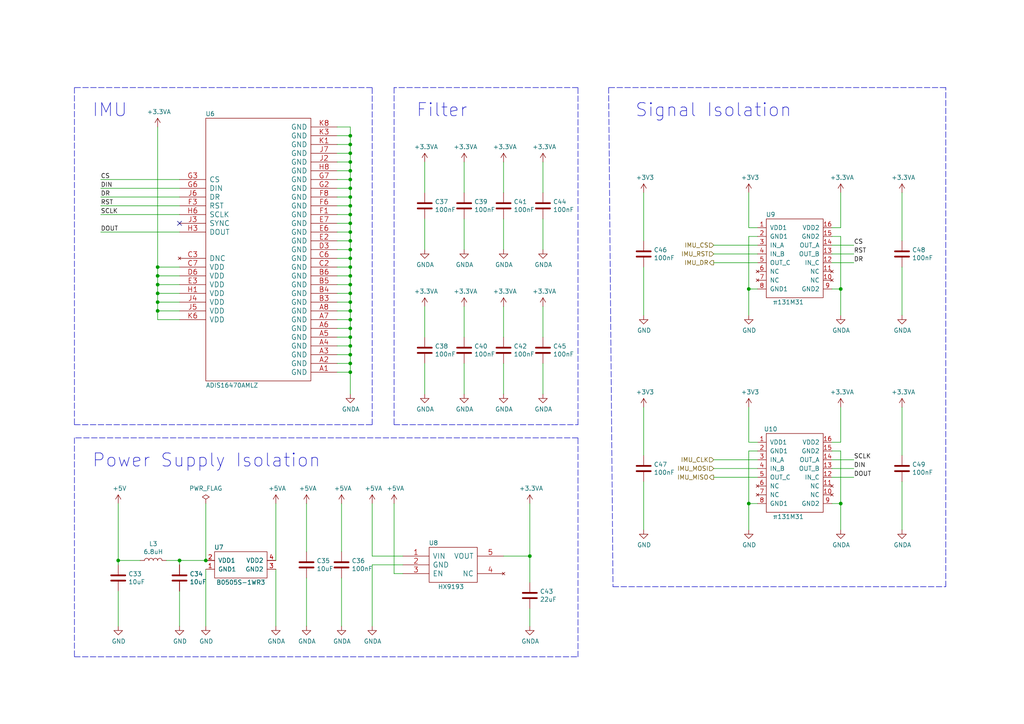
<source format=kicad_sch>
(kicad_sch (version 20211123) (generator eeschema)

  (uuid 7c1dbd41-291a-4aad-bf3b-16497f84df7b)

  (paper "A4")

  (title_block
    (title "MM32_Board")
    (date "2022-01-11")
    (rev "1.0.2")
  )

  (lib_symbols
    (symbol "Device:C" (pin_numbers hide) (pin_names (offset 0.254)) (in_bom yes) (on_board yes)
      (property "Reference" "C" (id 0) (at 0.635 2.54 0)
        (effects (font (size 1.27 1.27)) (justify left))
      )
      (property "Value" "C" (id 1) (at 0.635 -2.54 0)
        (effects (font (size 1.27 1.27)) (justify left))
      )
      (property "Footprint" "" (id 2) (at 0.9652 -3.81 0)
        (effects (font (size 1.27 1.27)) hide)
      )
      (property "Datasheet" "~" (id 3) (at 0 0 0)
        (effects (font (size 1.27 1.27)) hide)
      )
      (property "ki_keywords" "cap capacitor" (id 4) (at 0 0 0)
        (effects (font (size 1.27 1.27)) hide)
      )
      (property "ki_description" "Unpolarized capacitor" (id 5) (at 0 0 0)
        (effects (font (size 1.27 1.27)) hide)
      )
      (property "ki_fp_filters" "C_*" (id 6) (at 0 0 0)
        (effects (font (size 1.27 1.27)) hide)
      )
      (symbol "C_0_1"
        (polyline
          (pts
            (xy -2.032 -0.762)
            (xy 2.032 -0.762)
          )
          (stroke (width 0.508) (type default) (color 0 0 0 0))
          (fill (type none))
        )
        (polyline
          (pts
            (xy -2.032 0.762)
            (xy 2.032 0.762)
          )
          (stroke (width 0.508) (type default) (color 0 0 0 0))
          (fill (type none))
        )
      )
      (symbol "C_1_1"
        (pin passive line (at 0 3.81 270) (length 2.794)
          (name "~" (effects (font (size 1.27 1.27))))
          (number "1" (effects (font (size 1.27 1.27))))
        )
        (pin passive line (at 0 -3.81 90) (length 2.794)
          (name "~" (effects (font (size 1.27 1.27))))
          (number "2" (effects (font (size 1.27 1.27))))
        )
      )
    )
    (symbol "Device:L" (pin_numbers hide) (pin_names (offset 1.016) hide) (in_bom yes) (on_board yes)
      (property "Reference" "L" (id 0) (at -1.27 0 90)
        (effects (font (size 1.27 1.27)))
      )
      (property "Value" "L" (id 1) (at 1.905 0 90)
        (effects (font (size 1.27 1.27)))
      )
      (property "Footprint" "" (id 2) (at 0 0 0)
        (effects (font (size 1.27 1.27)) hide)
      )
      (property "Datasheet" "~" (id 3) (at 0 0 0)
        (effects (font (size 1.27 1.27)) hide)
      )
      (property "ki_keywords" "inductor choke coil reactor magnetic" (id 4) (at 0 0 0)
        (effects (font (size 1.27 1.27)) hide)
      )
      (property "ki_description" "Inductor" (id 5) (at 0 0 0)
        (effects (font (size 1.27 1.27)) hide)
      )
      (property "ki_fp_filters" "Choke_* *Coil* Inductor_* L_*" (id 6) (at 0 0 0)
        (effects (font (size 1.27 1.27)) hide)
      )
      (symbol "L_0_1"
        (arc (start 0 -2.54) (mid 0.635 -1.905) (end 0 -1.27)
          (stroke (width 0) (type default) (color 0 0 0 0))
          (fill (type none))
        )
        (arc (start 0 -1.27) (mid 0.635 -0.635) (end 0 0)
          (stroke (width 0) (type default) (color 0 0 0 0))
          (fill (type none))
        )
        (arc (start 0 0) (mid 0.635 0.635) (end 0 1.27)
          (stroke (width 0) (type default) (color 0 0 0 0))
          (fill (type none))
        )
        (arc (start 0 1.27) (mid 0.635 1.905) (end 0 2.54)
          (stroke (width 0) (type default) (color 0 0 0 0))
          (fill (type none))
        )
      )
      (symbol "L_1_1"
        (pin passive line (at 0 3.81 270) (length 1.27)
          (name "1" (effects (font (size 1.27 1.27))))
          (number "1" (effects (font (size 1.27 1.27))))
        )
        (pin passive line (at 0 -3.81 90) (length 1.27)
          (name "2" (effects (font (size 1.27 1.27))))
          (number "2" (effects (font (size 1.27 1.27))))
        )
      )
    )
    (symbol "MM32_Periph:ADIS16470AMLZ" (pin_names (offset 1.016)) (in_bom yes) (on_board yes)
      (property "Reference" "U" (id 0) (at 1.27 77.47 0)
        (effects (font (size 1.27 1.27)))
      )
      (property "Value" "ADIS16470AMLZ" (id 1) (at 8.89 -1.27 0)
        (effects (font (size 1.27 1.27)))
      )
      (property "Footprint" "" (id 2) (at 1.27 77.47 0)
        (effects (font (size 1.27 1.27)) hide)
      )
      (property "Datasheet" "" (id 3) (at 1.27 77.47 0)
        (effects (font (size 1.27 1.27)) hide)
      )
      (symbol "ADIS16470AMLZ_0_1"
        (rectangle (start 0 76.2) (end 30.48 0)
          (stroke (width 0) (type default) (color 0 0 0 0))
          (fill (type none))
        )
      )
      (symbol "ADIS16470AMLZ_1_1"
        (pin power_in line (at 38.1 2.54 180) (length 7.62)
          (name "GND" (effects (font (size 1.4986 1.4986))))
          (number "A1" (effects (font (size 1.4986 1.4986))))
        )
        (pin power_in line (at 38.1 5.08 180) (length 7.62)
          (name "GND" (effects (font (size 1.4986 1.4986))))
          (number "A2" (effects (font (size 1.4986 1.4986))))
        )
        (pin power_in line (at 38.1 7.62 180) (length 7.62)
          (name "GND" (effects (font (size 1.4986 1.4986))))
          (number "A3" (effects (font (size 1.4986 1.4986))))
        )
        (pin power_in line (at 38.1 10.16 180) (length 7.62)
          (name "GND" (effects (font (size 1.4986 1.4986))))
          (number "A4" (effects (font (size 1.4986 1.4986))))
        )
        (pin power_in line (at 38.1 12.7 180) (length 7.62)
          (name "GND" (effects (font (size 1.4986 1.4986))))
          (number "A5" (effects (font (size 1.4986 1.4986))))
        )
        (pin power_in line (at 38.1 15.24 180) (length 7.62)
          (name "GND" (effects (font (size 1.4986 1.4986))))
          (number "A6" (effects (font (size 1.4986 1.4986))))
        )
        (pin power_in line (at 38.1 17.78 180) (length 7.62)
          (name "GND" (effects (font (size 1.4986 1.4986))))
          (number "A7" (effects (font (size 1.4986 1.4986))))
        )
        (pin power_in line (at 38.1 20.32 180) (length 7.62)
          (name "GND" (effects (font (size 1.4986 1.4986))))
          (number "A8" (effects (font (size 1.4986 1.4986))))
        )
        (pin power_in line (at 38.1 22.86 180) (length 7.62)
          (name "GND" (effects (font (size 1.4986 1.4986))))
          (number "B3" (effects (font (size 1.4986 1.4986))))
        )
        (pin power_in line (at 38.1 25.4 180) (length 7.62)
          (name "GND" (effects (font (size 1.4986 1.4986))))
          (number "B4" (effects (font (size 1.4986 1.4986))))
        )
        (pin power_in line (at 38.1 27.94 180) (length 7.62)
          (name "GND" (effects (font (size 1.4986 1.4986))))
          (number "B5" (effects (font (size 1.4986 1.4986))))
        )
        (pin power_in line (at 38.1 30.48 180) (length 7.62)
          (name "GND" (effects (font (size 1.4986 1.4986))))
          (number "B6" (effects (font (size 1.4986 1.4986))))
        )
        (pin power_in line (at 38.1 33.02 180) (length 7.62)
          (name "GND" (effects (font (size 1.4986 1.4986))))
          (number "C2" (effects (font (size 1.4986 1.4986))))
        )
        (pin no_connect line (at -7.62 35.56 0) (length 7.62)
          (name "DNC" (effects (font (size 1.4986 1.4986))))
          (number "C3" (effects (font (size 1.4986 1.4986))))
        )
        (pin power_in line (at 38.1 35.56 180) (length 7.62)
          (name "GND" (effects (font (size 1.4986 1.4986))))
          (number "C6" (effects (font (size 1.4986 1.4986))))
        )
        (pin power_in line (at -7.62 33.02 0) (length 7.62)
          (name "VDD" (effects (font (size 1.4986 1.4986))))
          (number "C7" (effects (font (size 1.4986 1.4986))))
        )
        (pin power_in line (at 38.1 38.1 180) (length 7.62)
          (name "GND" (effects (font (size 1.4986 1.4986))))
          (number "D3" (effects (font (size 1.4986 1.4986))))
        )
        (pin power_in line (at -7.62 30.48 0) (length 7.62)
          (name "VDD" (effects (font (size 1.4986 1.4986))))
          (number "D6" (effects (font (size 1.4986 1.4986))))
        )
        (pin power_in line (at 38.1 40.64 180) (length 7.62)
          (name "GND" (effects (font (size 1.4986 1.4986))))
          (number "E2" (effects (font (size 1.4986 1.4986))))
        )
        (pin power_in line (at -7.62 27.94 0) (length 7.62)
          (name "VDD" (effects (font (size 1.4986 1.4986))))
          (number "E3" (effects (font (size 1.4986 1.4986))))
        )
        (pin power_in line (at 38.1 43.18 180) (length 7.62)
          (name "GND" (effects (font (size 1.4986 1.4986))))
          (number "E6" (effects (font (size 1.4986 1.4986))))
        )
        (pin power_in line (at 38.1 45.72 180) (length 7.62)
          (name "GND" (effects (font (size 1.4986 1.4986))))
          (number "E7" (effects (font (size 1.4986 1.4986))))
        )
        (pin power_in line (at 38.1 48.26 180) (length 7.62)
          (name "GND" (effects (font (size 1.4986 1.4986))))
          (number "F1" (effects (font (size 1.4986 1.4986))))
        )
        (pin input line (at -7.62 50.8 0) (length 7.62)
          (name "RST" (effects (font (size 1.4986 1.4986))))
          (number "F3" (effects (font (size 1.4986 1.4986))))
        )
        (pin power_in line (at 38.1 50.8 180) (length 7.62)
          (name "GND" (effects (font (size 1.4986 1.4986))))
          (number "F6" (effects (font (size 1.4986 1.4986))))
        )
        (pin power_in line (at 38.1 53.34 180) (length 7.62)
          (name "GND" (effects (font (size 1.4986 1.4986))))
          (number "F8" (effects (font (size 1.4986 1.4986))))
        )
        (pin power_in line (at 38.1 55.88 180) (length 7.62)
          (name "GND" (effects (font (size 1.4986 1.4986))))
          (number "G2" (effects (font (size 1.4986 1.4986))))
        )
        (pin input line (at -7.62 58.42 0) (length 7.62)
          (name "CS" (effects (font (size 1.4986 1.4986))))
          (number "G3" (effects (font (size 1.4986 1.4986))))
        )
        (pin input line (at -7.62 55.88 0) (length 7.62)
          (name "DIN" (effects (font (size 1.4986 1.4986))))
          (number "G6" (effects (font (size 1.4986 1.4986))))
        )
        (pin power_in line (at 38.1 58.42 180) (length 7.62)
          (name "GND" (effects (font (size 1.4986 1.4986))))
          (number "G7" (effects (font (size 1.4986 1.4986))))
        )
        (pin power_in line (at -7.62 25.4 0) (length 7.62)
          (name "VDD" (effects (font (size 1.4986 1.4986))))
          (number "H1" (effects (font (size 1.4986 1.4986))))
        )
        (pin output line (at -7.62 43.18 0) (length 7.62)
          (name "DOUT" (effects (font (size 1.4986 1.4986))))
          (number "H3" (effects (font (size 1.4986 1.4986))))
        )
        (pin input line (at -7.62 48.26 0) (length 7.62)
          (name "SCLK" (effects (font (size 1.4986 1.4986))))
          (number "H6" (effects (font (size 1.4986 1.4986))))
        )
        (pin power_in line (at 38.1 60.96 180) (length 7.62)
          (name "GND" (effects (font (size 1.4986 1.4986))))
          (number "H8" (effects (font (size 1.4986 1.4986))))
        )
        (pin power_in line (at 38.1 63.5 180) (length 7.62)
          (name "GND" (effects (font (size 1.4986 1.4986))))
          (number "J2" (effects (font (size 1.4986 1.4986))))
        )
        (pin input line (at -7.62 45.72 0) (length 7.62)
          (name "SYNC" (effects (font (size 1.4986 1.4986))))
          (number "J3" (effects (font (size 1.4986 1.4986))))
        )
        (pin power_in line (at -7.62 22.86 0) (length 7.62)
          (name "VDD" (effects (font (size 1.4986 1.4986))))
          (number "J4" (effects (font (size 1.4986 1.4986))))
        )
        (pin power_in line (at -7.62 20.32 0) (length 7.62)
          (name "VDD" (effects (font (size 1.4986 1.4986))))
          (number "J5" (effects (font (size 1.4986 1.4986))))
        )
        (pin output line (at -7.62 53.34 0) (length 7.62)
          (name "DR" (effects (font (size 1.4986 1.4986))))
          (number "J6" (effects (font (size 1.4986 1.4986))))
        )
        (pin power_in line (at 38.1 66.04 180) (length 7.62)
          (name "GND" (effects (font (size 1.4986 1.4986))))
          (number "J7" (effects (font (size 1.4986 1.4986))))
        )
        (pin power_in line (at 38.1 68.58 180) (length 7.62)
          (name "GND" (effects (font (size 1.4986 1.4986))))
          (number "K1" (effects (font (size 1.4986 1.4986))))
        )
        (pin power_in line (at 38.1 71.12 180) (length 7.62)
          (name "GND" (effects (font (size 1.4986 1.4986))))
          (number "K3" (effects (font (size 1.4986 1.4986))))
        )
        (pin power_in line (at -7.62 17.78 0) (length 7.62)
          (name "VDD" (effects (font (size 1.4986 1.4986))))
          (number "K6" (effects (font (size 1.4986 1.4986))))
        )
        (pin power_in line (at 38.1 73.66 180) (length 7.62)
          (name "GND" (effects (font (size 1.4986 1.4986))))
          (number "K8" (effects (font (size 1.4986 1.4986))))
        )
      )
    )
    (symbol "MM32_Periph:B0505S-1WR3" (pin_names (offset 1.016)) (in_bom yes) (on_board yes)
      (property "Reference" "U" (id 0) (at 1.27 8.89 0)
        (effects (font (size 1.27 1.27)))
      )
      (property "Value" "B0505S-1WR3" (id 1) (at 7.62 -1.27 0)
        (effects (font (size 1.27 1.27)))
      )
      (property "Footprint" "Package_SIP:SIP-4_B0505S_1WR3" (id 2) (at 7.62 -3.81 0)
        (effects (font (size 1.27 1.27)) hide)
      )
      (property "Datasheet" "" (id 3) (at 0 0 0)
        (effects (font (size 1.27 1.27)) hide)
      )
      (symbol "B0505S-1WR3_0_1"
        (rectangle (start 0 7.62) (end 15.24 0)
          (stroke (width 0) (type default) (color 0 0 0 0))
          (fill (type none))
        )
      )
      (symbol "B0505S-1WR3_1_1"
        (pin power_in line (at -2.54 2.54 0) (length 2.54)
          (name "GND1" (effects (font (size 1.27 1.27))))
          (number "1" (effects (font (size 1.27 1.27))))
        )
        (pin power_in line (at -2.54 5.08 0) (length 2.54)
          (name "VDD1" (effects (font (size 1.27 1.27))))
          (number "2" (effects (font (size 1.27 1.27))))
        )
        (pin power_out line (at 17.78 2.54 180) (length 2.54)
          (name "GND2" (effects (font (size 1.27 1.27))))
          (number "3" (effects (font (size 1.27 1.27))))
        )
        (pin power_out line (at 17.78 5.08 180) (length 2.54)
          (name "VDD2" (effects (font (size 1.27 1.27))))
          (number "4" (effects (font (size 1.27 1.27))))
        )
      )
    )
    (symbol "MM32_Periph:HX9193" (pin_names (offset 1.016)) (in_bom yes) (on_board yes)
      (property "Reference" "U" (id 0) (at 1.27 11.43 0)
        (effects (font (size 1.27 1.27)))
      )
      (property "Value" "HX9193" (id 1) (at 5.08 -1.27 0)
        (effects (font (size 1.27 1.27)))
      )
      (property "Footprint" "Package_TO_SOT_SMD:SOT-23-5" (id 2) (at 6.35 -3.81 0)
        (effects (font (size 1.27 1.27)) hide)
      )
      (property "Datasheet" "" (id 3) (at 0 0 0)
        (effects (font (size 1.27 1.27)) hide)
      )
      (symbol "HX9193_0_1"
        (rectangle (start 0 10.16) (end 13.97 0)
          (stroke (width 0) (type default) (color 0 0 0 0))
          (fill (type none))
        )
      )
      (symbol "HX9193_1_1"
        (pin power_in line (at -7.62 7.62 0) (length 7.62)
          (name "VIN" (effects (font (size 1.4986 1.4986))))
          (number "1" (effects (font (size 1.4986 1.4986))))
        )
        (pin power_in line (at -7.62 5.08 0) (length 7.62)
          (name "GND" (effects (font (size 1.4986 1.4986))))
          (number "2" (effects (font (size 1.4986 1.4986))))
        )
        (pin input line (at -7.62 2.54 0) (length 7.62)
          (name "EN" (effects (font (size 1.4986 1.4986))))
          (number "3" (effects (font (size 1.4986 1.4986))))
        )
        (pin no_connect line (at 21.59 2.54 180) (length 7.62)
          (name "NC" (effects (font (size 1.4986 1.4986))))
          (number "4" (effects (font (size 1.4986 1.4986))))
        )
        (pin power_out line (at 21.59 7.62 180) (length 7.62)
          (name "VOUT" (effects (font (size 1.4986 1.4986))))
          (number "5" (effects (font (size 1.4986 1.4986))))
        )
      )
    )
    (symbol "MM32_Periph:π131M31" (pin_names (offset 1.016)) (in_bom yes) (on_board yes)
      (property "Reference" "U" (id 0) (at 2.54 24.13 0)
        (effects (font (size 1.27 1.27)))
      )
      (property "Value" "π131M31" (id 1) (at 7.62 -1.27 0)
        (effects (font (size 1.27 1.27)))
      )
      (property "Footprint" "Package_SO:SOIC-16_3.9x9.9mm_P1.27mm" (id 2) (at 10.16 -3.81 0)
        (effects (font (size 1.27 1.27)) hide)
      )
      (property "Datasheet" "" (id 3) (at 2.54 24.13 0)
        (effects (font (size 1.27 1.27)) hide)
      )
      (symbol "π131M31_0_1"
        (rectangle (start 0 22.86) (end 16.51 0)
          (stroke (width 0) (type default) (color 0 0 0 0))
          (fill (type none))
        )
      )
      (symbol "π131M31_1_1"
        (pin power_in line (at -2.54 20.32 0) (length 2.54)
          (name "VDD1" (effects (font (size 1.27 1.27))))
          (number "1" (effects (font (size 1.27 1.27))))
        )
        (pin no_connect line (at 19.05 5.08 180) (length 2.54)
          (name "NC" (effects (font (size 1.27 1.27))))
          (number "10" (effects (font (size 1.27 1.27))))
        )
        (pin no_connect line (at 19.05 7.62 180) (length 2.54)
          (name "NC" (effects (font (size 1.27 1.27))))
          (number "11" (effects (font (size 1.27 1.27))))
        )
        (pin input line (at 19.05 10.16 180) (length 2.54)
          (name "IN_C" (effects (font (size 1.27 1.27))))
          (number "12" (effects (font (size 1.27 1.27))))
        )
        (pin output line (at 19.05 12.7 180) (length 2.54)
          (name "OUT_B" (effects (font (size 1.27 1.27))))
          (number "13" (effects (font (size 1.27 1.27))))
        )
        (pin output line (at 19.05 15.24 180) (length 2.54)
          (name "OUT_A" (effects (font (size 1.27 1.27))))
          (number "14" (effects (font (size 1.27 1.27))))
        )
        (pin power_in line (at 19.05 17.78 180) (length 2.54)
          (name "GND2" (effects (font (size 1.27 1.27))))
          (number "15" (effects (font (size 1.27 1.27))))
        )
        (pin power_in line (at 19.05 20.32 180) (length 2.54)
          (name "VDD2" (effects (font (size 1.27 1.27))))
          (number "16" (effects (font (size 1.27 1.27))))
        )
        (pin power_in line (at -2.54 17.78 0) (length 2.54)
          (name "GND1" (effects (font (size 1.27 1.27))))
          (number "2" (effects (font (size 1.27 1.27))))
        )
        (pin input line (at -2.54 15.24 0) (length 2.54)
          (name "IN_A" (effects (font (size 1.27 1.27))))
          (number "3" (effects (font (size 1.27 1.27))))
        )
        (pin input line (at -2.54 12.7 0) (length 2.54)
          (name "IN_B" (effects (font (size 1.27 1.27))))
          (number "4" (effects (font (size 1.27 1.27))))
        )
        (pin output line (at -2.54 10.16 0) (length 2.54)
          (name "OUT_C" (effects (font (size 1.27 1.27))))
          (number "5" (effects (font (size 1.27 1.27))))
        )
        (pin no_connect line (at -2.54 7.62 0) (length 2.54)
          (name "NC" (effects (font (size 1.27 1.27))))
          (number "6" (effects (font (size 1.27 1.27))))
        )
        (pin no_connect line (at -2.54 5.08 0) (length 2.54)
          (name "NC" (effects (font (size 1.27 1.27))))
          (number "7" (effects (font (size 1.27 1.27))))
        )
        (pin power_in line (at -2.54 2.54 0) (length 2.54)
          (name "GND1" (effects (font (size 1.27 1.27))))
          (number "8" (effects (font (size 1.27 1.27))))
        )
        (pin power_in line (at 19.05 2.54 180) (length 2.54)
          (name "GND2" (effects (font (size 1.27 1.27))))
          (number "9" (effects (font (size 1.27 1.27))))
        )
      )
    )
    (symbol "power:+3.3V" (power) (pin_names (offset 0)) (in_bom yes) (on_board yes)
      (property "Reference" "#PWR" (id 0) (at 0 -3.81 0)
        (effects (font (size 1.27 1.27)) hide)
      )
      (property "Value" "+3.3V" (id 1) (at 0 3.556 0)
        (effects (font (size 1.27 1.27)))
      )
      (property "Footprint" "" (id 2) (at 0 0 0)
        (effects (font (size 1.27 1.27)) hide)
      )
      (property "Datasheet" "" (id 3) (at 0 0 0)
        (effects (font (size 1.27 1.27)) hide)
      )
      (property "ki_keywords" "power-flag" (id 4) (at 0 0 0)
        (effects (font (size 1.27 1.27)) hide)
      )
      (property "ki_description" "Power symbol creates a global label with name \"+3.3V\"" (id 5) (at 0 0 0)
        (effects (font (size 1.27 1.27)) hide)
      )
      (symbol "+3.3V_0_1"
        (polyline
          (pts
            (xy -0.762 1.27)
            (xy 0 2.54)
          )
          (stroke (width 0) (type default) (color 0 0 0 0))
          (fill (type none))
        )
        (polyline
          (pts
            (xy 0 0)
            (xy 0 2.54)
          )
          (stroke (width 0) (type default) (color 0 0 0 0))
          (fill (type none))
        )
        (polyline
          (pts
            (xy 0 2.54)
            (xy 0.762 1.27)
          )
          (stroke (width 0) (type default) (color 0 0 0 0))
          (fill (type none))
        )
      )
      (symbol "+3.3V_1_1"
        (pin power_in line (at 0 0 90) (length 0) hide
          (name "+3V3" (effects (font (size 1.27 1.27))))
          (number "1" (effects (font (size 1.27 1.27))))
        )
      )
    )
    (symbol "power:+3.3VA" (power) (pin_names (offset 0)) (in_bom yes) (on_board yes)
      (property "Reference" "#PWR" (id 0) (at 0 -3.81 0)
        (effects (font (size 1.27 1.27)) hide)
      )
      (property "Value" "+3.3VA" (id 1) (at 0 3.556 0)
        (effects (font (size 1.27 1.27)))
      )
      (property "Footprint" "" (id 2) (at 0 0 0)
        (effects (font (size 1.27 1.27)) hide)
      )
      (property "Datasheet" "" (id 3) (at 0 0 0)
        (effects (font (size 1.27 1.27)) hide)
      )
      (property "ki_keywords" "power-flag" (id 4) (at 0 0 0)
        (effects (font (size 1.27 1.27)) hide)
      )
      (property "ki_description" "Power symbol creates a global label with name \"+3.3VA\"" (id 5) (at 0 0 0)
        (effects (font (size 1.27 1.27)) hide)
      )
      (symbol "+3.3VA_0_1"
        (polyline
          (pts
            (xy -0.762 1.27)
            (xy 0 2.54)
          )
          (stroke (width 0) (type default) (color 0 0 0 0))
          (fill (type none))
        )
        (polyline
          (pts
            (xy 0 0)
            (xy 0 2.54)
          )
          (stroke (width 0) (type default) (color 0 0 0 0))
          (fill (type none))
        )
        (polyline
          (pts
            (xy 0 2.54)
            (xy 0.762 1.27)
          )
          (stroke (width 0) (type default) (color 0 0 0 0))
          (fill (type none))
        )
      )
      (symbol "+3.3VA_1_1"
        (pin power_in line (at 0 0 90) (length 0) hide
          (name "+3.3VA" (effects (font (size 1.27 1.27))))
          (number "1" (effects (font (size 1.27 1.27))))
        )
      )
    )
    (symbol "power:+5V" (power) (pin_names (offset 0)) (in_bom yes) (on_board yes)
      (property "Reference" "#PWR" (id 0) (at 0 -3.81 0)
        (effects (font (size 1.27 1.27)) hide)
      )
      (property "Value" "+5V" (id 1) (at 0 3.556 0)
        (effects (font (size 1.27 1.27)))
      )
      (property "Footprint" "" (id 2) (at 0 0 0)
        (effects (font (size 1.27 1.27)) hide)
      )
      (property "Datasheet" "" (id 3) (at 0 0 0)
        (effects (font (size 1.27 1.27)) hide)
      )
      (property "ki_keywords" "power-flag" (id 4) (at 0 0 0)
        (effects (font (size 1.27 1.27)) hide)
      )
      (property "ki_description" "Power symbol creates a global label with name \"+5V\"" (id 5) (at 0 0 0)
        (effects (font (size 1.27 1.27)) hide)
      )
      (symbol "+5V_0_1"
        (polyline
          (pts
            (xy -0.762 1.27)
            (xy 0 2.54)
          )
          (stroke (width 0) (type default) (color 0 0 0 0))
          (fill (type none))
        )
        (polyline
          (pts
            (xy 0 0)
            (xy 0 2.54)
          )
          (stroke (width 0) (type default) (color 0 0 0 0))
          (fill (type none))
        )
        (polyline
          (pts
            (xy 0 2.54)
            (xy 0.762 1.27)
          )
          (stroke (width 0) (type default) (color 0 0 0 0))
          (fill (type none))
        )
      )
      (symbol "+5V_1_1"
        (pin power_in line (at 0 0 90) (length 0) hide
          (name "+5V" (effects (font (size 1.27 1.27))))
          (number "1" (effects (font (size 1.27 1.27))))
        )
      )
    )
    (symbol "power:+5VA" (power) (pin_names (offset 0)) (in_bom yes) (on_board yes)
      (property "Reference" "#PWR" (id 0) (at 0 -3.81 0)
        (effects (font (size 1.27 1.27)) hide)
      )
      (property "Value" "+5VA" (id 1) (at 0 3.556 0)
        (effects (font (size 1.27 1.27)))
      )
      (property "Footprint" "" (id 2) (at 0 0 0)
        (effects (font (size 1.27 1.27)) hide)
      )
      (property "Datasheet" "" (id 3) (at 0 0 0)
        (effects (font (size 1.27 1.27)) hide)
      )
      (property "ki_keywords" "power-flag" (id 4) (at 0 0 0)
        (effects (font (size 1.27 1.27)) hide)
      )
      (property "ki_description" "Power symbol creates a global label with name \"+5VA\"" (id 5) (at 0 0 0)
        (effects (font (size 1.27 1.27)) hide)
      )
      (symbol "+5VA_0_1"
        (polyline
          (pts
            (xy -0.762 1.27)
            (xy 0 2.54)
          )
          (stroke (width 0) (type default) (color 0 0 0 0))
          (fill (type none))
        )
        (polyline
          (pts
            (xy 0 0)
            (xy 0 2.54)
          )
          (stroke (width 0) (type default) (color 0 0 0 0))
          (fill (type none))
        )
        (polyline
          (pts
            (xy 0 2.54)
            (xy 0.762 1.27)
          )
          (stroke (width 0) (type default) (color 0 0 0 0))
          (fill (type none))
        )
      )
      (symbol "+5VA_1_1"
        (pin power_in line (at 0 0 90) (length 0) hide
          (name "+5VA" (effects (font (size 1.27 1.27))))
          (number "1" (effects (font (size 1.27 1.27))))
        )
      )
    )
    (symbol "power:GND" (power) (pin_names (offset 0)) (in_bom yes) (on_board yes)
      (property "Reference" "#PWR" (id 0) (at 0 -6.35 0)
        (effects (font (size 1.27 1.27)) hide)
      )
      (property "Value" "GND" (id 1) (at 0 -3.81 0)
        (effects (font (size 1.27 1.27)))
      )
      (property "Footprint" "" (id 2) (at 0 0 0)
        (effects (font (size 1.27 1.27)) hide)
      )
      (property "Datasheet" "" (id 3) (at 0 0 0)
        (effects (font (size 1.27 1.27)) hide)
      )
      (property "ki_keywords" "power-flag" (id 4) (at 0 0 0)
        (effects (font (size 1.27 1.27)) hide)
      )
      (property "ki_description" "Power symbol creates a global label with name \"GND\" , ground" (id 5) (at 0 0 0)
        (effects (font (size 1.27 1.27)) hide)
      )
      (symbol "GND_0_1"
        (polyline
          (pts
            (xy 0 0)
            (xy 0 -1.27)
            (xy 1.27 -1.27)
            (xy 0 -2.54)
            (xy -1.27 -1.27)
            (xy 0 -1.27)
          )
          (stroke (width 0) (type default) (color 0 0 0 0))
          (fill (type none))
        )
      )
      (symbol "GND_1_1"
        (pin power_in line (at 0 0 270) (length 0) hide
          (name "GND" (effects (font (size 1.27 1.27))))
          (number "1" (effects (font (size 1.27 1.27))))
        )
      )
    )
    (symbol "power:GNDA" (power) (pin_names (offset 0)) (in_bom yes) (on_board yes)
      (property "Reference" "#PWR" (id 0) (at 0 -6.35 0)
        (effects (font (size 1.27 1.27)) hide)
      )
      (property "Value" "GNDA" (id 1) (at 0 -3.81 0)
        (effects (font (size 1.27 1.27)))
      )
      (property "Footprint" "" (id 2) (at 0 0 0)
        (effects (font (size 1.27 1.27)) hide)
      )
      (property "Datasheet" "" (id 3) (at 0 0 0)
        (effects (font (size 1.27 1.27)) hide)
      )
      (property "ki_keywords" "power-flag" (id 4) (at 0 0 0)
        (effects (font (size 1.27 1.27)) hide)
      )
      (property "ki_description" "Power symbol creates a global label with name \"GNDA\" , analog ground" (id 5) (at 0 0 0)
        (effects (font (size 1.27 1.27)) hide)
      )
      (symbol "GNDA_0_1"
        (polyline
          (pts
            (xy 0 0)
            (xy 0 -1.27)
            (xy 1.27 -1.27)
            (xy 0 -2.54)
            (xy -1.27 -1.27)
            (xy 0 -1.27)
          )
          (stroke (width 0) (type default) (color 0 0 0 0))
          (fill (type none))
        )
      )
      (symbol "GNDA_1_1"
        (pin power_in line (at 0 0 270) (length 0) hide
          (name "GNDA" (effects (font (size 1.27 1.27))))
          (number "1" (effects (font (size 1.27 1.27))))
        )
      )
    )
    (symbol "power:PWR_FLAG" (power) (pin_numbers hide) (pin_names (offset 0) hide) (in_bom yes) (on_board yes)
      (property "Reference" "#FLG" (id 0) (at 0 1.905 0)
        (effects (font (size 1.27 1.27)) hide)
      )
      (property "Value" "PWR_FLAG" (id 1) (at 0 3.81 0)
        (effects (font (size 1.27 1.27)))
      )
      (property "Footprint" "" (id 2) (at 0 0 0)
        (effects (font (size 1.27 1.27)) hide)
      )
      (property "Datasheet" "~" (id 3) (at 0 0 0)
        (effects (font (size 1.27 1.27)) hide)
      )
      (property "ki_keywords" "power-flag" (id 4) (at 0 0 0)
        (effects (font (size 1.27 1.27)) hide)
      )
      (property "ki_description" "Special symbol for telling ERC where power comes from" (id 5) (at 0 0 0)
        (effects (font (size 1.27 1.27)) hide)
      )
      (symbol "PWR_FLAG_0_0"
        (pin power_out line (at 0 0 90) (length 0)
          (name "pwr" (effects (font (size 1.27 1.27))))
          (number "1" (effects (font (size 1.27 1.27))))
        )
      )
      (symbol "PWR_FLAG_0_1"
        (polyline
          (pts
            (xy 0 0)
            (xy 0 1.27)
            (xy -1.016 1.905)
            (xy 0 2.54)
            (xy 1.016 1.905)
            (xy 0 1.27)
          )
          (stroke (width 0) (type default) (color 0 0 0 0))
          (fill (type none))
        )
      )
    )
  )

  (junction (at 101.6 100.33) (diameter 0) (color 0 0 0 0)
    (uuid 0667208e-872f-444a-9ed0-78a1b5f392d2)
  )
  (junction (at 101.6 92.71) (diameter 0) (color 0 0 0 0)
    (uuid 0d1c133a-5b0b-4fe0-b915-2f72b13b37e9)
  )
  (junction (at 101.6 72.39) (diameter 0) (color 0 0 0 0)
    (uuid 1bb16fed-1537-47fa-90f6-8dc136da5d16)
  )
  (junction (at 101.6 105.41) (diameter 0) (color 0 0 0 0)
    (uuid 217a6ab0-8c75-4e09-8113-c7b7b906da43)
  )
  (junction (at 101.6 102.87) (diameter 0) (color 0 0 0 0)
    (uuid 22fd57c4-481e-4417-b920-694451210da2)
  )
  (junction (at 217.17 83.82) (diameter 0) (color 0 0 0 0)
    (uuid 26edc121-4167-44e5-9aaf-65f4ac255233)
  )
  (junction (at 101.6 95.25) (diameter 0) (color 0 0 0 0)
    (uuid 3f1d3b22-3ba1-4783-af8d-526bce7c36db)
  )
  (junction (at 34.29 162.56) (diameter 0) (color 0 0 0 0)
    (uuid 42b7a68a-3837-4773-af68-a35059da48c3)
  )
  (junction (at 101.6 74.93) (diameter 0) (color 0 0 0 0)
    (uuid 443de8e6-6c50-4145-a643-8098c9ffc1e6)
  )
  (junction (at 101.6 64.77) (diameter 0) (color 0 0 0 0)
    (uuid 5da06777-0696-4bb2-8c9a-78c96b4b3e90)
  )
  (junction (at 101.6 49.53) (diameter 0) (color 0 0 0 0)
    (uuid 62c6f8ce-78e5-4ab3-bb01-2fcb0df87aa6)
  )
  (junction (at 101.6 82.55) (diameter 0) (color 0 0 0 0)
    (uuid 63892cea-0371-47b0-925d-c40106168946)
  )
  (junction (at 45.72 80.01) (diameter 0) (color 0 0 0 0)
    (uuid 66ee8aac-1ba7-441e-b772-397a32c7c475)
  )
  (junction (at 153.67 161.29) (diameter 0) (color 0 0 0 0)
    (uuid 67320774-1745-4c89-bec7-2213f7bb7ecc)
  )
  (junction (at 52.07 162.56) (diameter 0) (color 0 0 0 0)
    (uuid 7308e13a-4809-4e8e-af65-9905819aa376)
  )
  (junction (at 59.69 162.56) (diameter 0) (color 0 0 0 0)
    (uuid 7badec54-dd0c-405a-acf1-25eff9460213)
  )
  (junction (at 101.6 44.45) (diameter 0) (color 0 0 0 0)
    (uuid 858b182d-fdce-45a6-8c3a-626e9f7a9971)
  )
  (junction (at 45.72 90.17) (diameter 0) (color 0 0 0 0)
    (uuid 8ac2bac7-c686-402e-9f05-089e132647d2)
  )
  (junction (at 101.6 59.69) (diameter 0) (color 0 0 0 0)
    (uuid 95aed042-4cef-4360-9184-83bbe2dcfbaa)
  )
  (junction (at 101.6 97.79) (diameter 0) (color 0 0 0 0)
    (uuid 969d876f-dc87-40bf-9e96-03cbb9ea5e82)
  )
  (junction (at 101.6 46.99) (diameter 0) (color 0 0 0 0)
    (uuid a543a4a0-b8e2-45a4-be48-7207020a5b1f)
  )
  (junction (at 101.6 54.61) (diameter 0) (color 0 0 0 0)
    (uuid aeae1c08-0511-41ff-896d-95b95a86eb35)
  )
  (junction (at 101.6 85.09) (diameter 0) (color 0 0 0 0)
    (uuid b45faf1e-b7a2-4d73-9833-db84a2fde78b)
  )
  (junction (at 243.84 146.05) (diameter 0) (color 0 0 0 0)
    (uuid b6e7e52e-fa7c-4663-b29b-8d72461a55fb)
  )
  (junction (at 45.72 77.47) (diameter 0) (color 0 0 0 0)
    (uuid bcd0d850-a20d-42e1-b97f-b14f9222717c)
  )
  (junction (at 101.6 77.47) (diameter 0) (color 0 0 0 0)
    (uuid c60045a9-c6dd-4a1d-b776-92c82360c330)
  )
  (junction (at 101.6 39.37) (diameter 0) (color 0 0 0 0)
    (uuid c94b6f38-b2c7-494d-9fba-9edbdd8e122a)
  )
  (junction (at 45.72 82.55) (diameter 0) (color 0 0 0 0)
    (uuid cdea6ba1-cc65-46ec-9776-a403fa76c4fe)
  )
  (junction (at 243.84 83.82) (diameter 0) (color 0 0 0 0)
    (uuid ce4b6c19-1441-4e43-8af4-a7f34dfbb538)
  )
  (junction (at 101.6 41.91) (diameter 0) (color 0 0 0 0)
    (uuid d26fce45-c1d6-42bc-931d-972bf3799097)
  )
  (junction (at 101.6 80.01) (diameter 0) (color 0 0 0 0)
    (uuid d37a42c4-6950-4517-b4dd-96056acf0925)
  )
  (junction (at 101.6 67.31) (diameter 0) (color 0 0 0 0)
    (uuid e73ef891-c9f9-42ab-894b-b2580ee0b0a1)
  )
  (junction (at 217.17 146.05) (diameter 0) (color 0 0 0 0)
    (uuid ea3cd08e-2d6a-4ba3-9c39-87a3d44d2015)
  )
  (junction (at 45.72 85.09) (diameter 0) (color 0 0 0 0)
    (uuid ec0137ed-9765-4dfb-9cee-4a1826ddb19d)
  )
  (junction (at 101.6 62.23) (diameter 0) (color 0 0 0 0)
    (uuid ec1ade12-3e4c-4517-be56-01c5cfbeed11)
  )
  (junction (at 101.6 87.63) (diameter 0) (color 0 0 0 0)
    (uuid ec7073f7-f754-4ee6-a977-3d11d16480f8)
  )
  (junction (at 45.72 87.63) (diameter 0) (color 0 0 0 0)
    (uuid f56e10b5-909a-4bf7-b9bb-b5663dc8fff0)
  )
  (junction (at 101.6 52.07) (diameter 0) (color 0 0 0 0)
    (uuid f8db64f8-1695-46e3-9667-49f16b5c734b)
  )
  (junction (at 101.6 107.95) (diameter 0) (color 0 0 0 0)
    (uuid f8df4375-570f-4eb0-868e-4f350bd24547)
  )
  (junction (at 101.6 69.85) (diameter 0) (color 0 0 0 0)
    (uuid f8e927af-4836-4b0f-8a57-dbca5a18a442)
  )
  (junction (at 101.6 90.17) (diameter 0) (color 0 0 0 0)
    (uuid f99552ce-0729-4ada-aef3-5686270d7c4d)
  )
  (junction (at 101.6 57.15) (diameter 0) (color 0 0 0 0)
    (uuid fc329e60-968a-4f61-ba77-53d29ff8c1c7)
  )

  (no_connect (at 52.07 64.77) (uuid a2306fdc-d8f4-42ce-83f7-03c3d3fe62be))

  (wire (pts (xy 97.79 46.99) (xy 101.6 46.99))
    (stroke (width 0) (type default) (color 0 0 0 0))
    (uuid 00627221-b0fd-448e-b5a6-250d249697c2)
  )
  (wire (pts (xy 146.05 46.99) (xy 146.05 55.88))
    (stroke (width 0) (type default) (color 0 0 0 0))
    (uuid 01caafb3-af8a-4642-870c-c290b286d040)
  )
  (wire (pts (xy 52.07 67.31) (xy 29.21 67.31))
    (stroke (width 0) (type default) (color 0 0 0 0))
    (uuid 0452da17-4ccf-4bdc-9fc3-b0a09600bd55)
  )
  (wire (pts (xy 101.6 62.23) (xy 101.6 59.69))
    (stroke (width 0) (type default) (color 0 0 0 0))
    (uuid 064853d1-fee5-4dc2-a187-8cbdd26d3919)
  )
  (wire (pts (xy 146.05 63.5) (xy 146.05 72.39))
    (stroke (width 0) (type default) (color 0 0 0 0))
    (uuid 0648b195-3f37-49a2-a952-4c5886b521de)
  )
  (wire (pts (xy 59.69 181.61) (xy 59.69 165.1))
    (stroke (width 0) (type default) (color 0 0 0 0))
    (uuid 08d1dac8-0d6e-4029-9a06-c8863d7fbd51)
  )
  (wire (pts (xy 99.06 167.64) (xy 99.06 181.61))
    (stroke (width 0) (type default) (color 0 0 0 0))
    (uuid 09741e1c-c412-4f50-b5b7-03d5820a1bad)
  )
  (wire (pts (xy 88.9 167.64) (xy 88.9 181.61))
    (stroke (width 0) (type default) (color 0 0 0 0))
    (uuid 0a83f85d-78ad-480a-a5ba-773caced8f09)
  )
  (wire (pts (xy 123.19 63.5) (xy 123.19 72.39))
    (stroke (width 0) (type default) (color 0 0 0 0))
    (uuid 0c345fc5-964b-48c0-9452-55507c868edc)
  )
  (wire (pts (xy 101.6 77.47) (xy 101.6 74.93))
    (stroke (width 0) (type default) (color 0 0 0 0))
    (uuid 0c75753f-ac98-42bf-95d0-ee8de408989d)
  )
  (wire (pts (xy 114.3 166.37) (xy 116.84 166.37))
    (stroke (width 0) (type default) (color 0 0 0 0))
    (uuid 0d678ff1-21aa-4e6f-ae06-abf24406f3c8)
  )
  (wire (pts (xy 97.79 57.15) (xy 101.6 57.15))
    (stroke (width 0) (type default) (color 0 0 0 0))
    (uuid 0d7333ca-0587-43cb-9af7-f59016c85820)
  )
  (wire (pts (xy 261.62 118.11) (xy 261.62 132.08))
    (stroke (width 0) (type default) (color 0 0 0 0))
    (uuid 0dcb5ab5-f291-489d-b2bc-0f0b25b801ee)
  )
  (wire (pts (xy 261.62 77.47) (xy 261.62 91.44))
    (stroke (width 0) (type default) (color 0 0 0 0))
    (uuid 0e1c6bbc-4cc4-4ce9-b48a-8292bb286da8)
  )
  (wire (pts (xy 45.72 90.17) (xy 45.72 92.71))
    (stroke (width 0) (type default) (color 0 0 0 0))
    (uuid 0ea0e524-3bbd-4f05-896d-54b702c204b2)
  )
  (wire (pts (xy 97.79 69.85) (xy 101.6 69.85))
    (stroke (width 0) (type default) (color 0 0 0 0))
    (uuid 0fffb828-f291-41d3-a83c-4eaa3df13f3a)
  )
  (polyline (pts (xy 167.64 190.5) (xy 167.64 127))
    (stroke (width 0) (type default) (color 0 0 0 0))
    (uuid 10e5ae6d-e43e-4ff8-abc5-fd9df16782da)
  )

  (wire (pts (xy 45.72 85.09) (xy 45.72 87.63))
    (stroke (width 0) (type default) (color 0 0 0 0))
    (uuid 12721b60-b423-4830-af94-c68b76872f05)
  )
  (wire (pts (xy 243.84 83.82) (xy 243.84 91.44))
    (stroke (width 0) (type default) (color 0 0 0 0))
    (uuid 12c9f3e1-9431-42f8-b6f8-fb6fd35fc1cb)
  )
  (wire (pts (xy 157.48 88.9) (xy 157.48 97.79))
    (stroke (width 0) (type default) (color 0 0 0 0))
    (uuid 1354903a-b7d2-4e04-b220-6c6c8f058ef7)
  )
  (wire (pts (xy 97.79 77.47) (xy 101.6 77.47))
    (stroke (width 0) (type default) (color 0 0 0 0))
    (uuid 168e91de-8892-4570-a62e-0a6a88daec47)
  )
  (polyline (pts (xy 21.59 123.19) (xy 107.95 123.19))
    (stroke (width 0) (type default) (color 0 0 0 0))
    (uuid 17a6bac3-e9f6-495e-be83-418646662ace)
  )

  (wire (pts (xy 97.79 62.23) (xy 101.6 62.23))
    (stroke (width 0) (type default) (color 0 0 0 0))
    (uuid 1ba3e338-9465-4844-8361-6715d7885c15)
  )
  (wire (pts (xy 45.72 87.63) (xy 52.07 87.63))
    (stroke (width 0) (type default) (color 0 0 0 0))
    (uuid 1d20c966-0439-42a1-b5e3-5e76b52f827f)
  )
  (wire (pts (xy 101.6 64.77) (xy 101.6 62.23))
    (stroke (width 0) (type default) (color 0 0 0 0))
    (uuid 1d6c2d6c-bee0-401d-9749-98f17833afdd)
  )
  (wire (pts (xy 97.79 74.93) (xy 101.6 74.93))
    (stroke (width 0) (type default) (color 0 0 0 0))
    (uuid 1d801ac4-6429-45d9-ad70-9dd82bd9c030)
  )
  (wire (pts (xy 219.71 146.05) (xy 217.17 146.05))
    (stroke (width 0) (type default) (color 0 0 0 0))
    (uuid 1f70d207-e63d-4692-be1f-5b6fa8599d57)
  )
  (wire (pts (xy 123.19 46.99) (xy 123.19 55.88))
    (stroke (width 0) (type default) (color 0 0 0 0))
    (uuid 224e8890-cdee-45fd-bd2e-64fe49c2de75)
  )
  (wire (pts (xy 97.79 92.71) (xy 101.6 92.71))
    (stroke (width 0) (type default) (color 0 0 0 0))
    (uuid 24d3ee68-60f0-4c8a-a72b-065f1026fd87)
  )
  (wire (pts (xy 97.79 59.69) (xy 101.6 59.69))
    (stroke (width 0) (type default) (color 0 0 0 0))
    (uuid 2571f4c8-d7fc-4e8c-94df-f480e56bb717)
  )
  (polyline (pts (xy 176.53 25.4) (xy 177.8 170.18))
    (stroke (width 0) (type default) (color 0 0 0 0))
    (uuid 28f921ab-5f55-47f8-b726-02e567145cd5)
  )

  (wire (pts (xy 45.72 36.83) (xy 45.72 77.47))
    (stroke (width 0) (type default) (color 0 0 0 0))
    (uuid 29f4961c-cbd7-42a0-91e7-8ae77405e061)
  )
  (wire (pts (xy 52.07 54.61) (xy 29.21 54.61))
    (stroke (width 0) (type default) (color 0 0 0 0))
    (uuid 2dba072b-3aba-4c6e-8dad-0c854cc5ab37)
  )
  (wire (pts (xy 97.79 54.61) (xy 101.6 54.61))
    (stroke (width 0) (type default) (color 0 0 0 0))
    (uuid 2f122013-8dbc-4371-941a-b52e2115db20)
  )
  (wire (pts (xy 261.62 139.7) (xy 261.62 153.67))
    (stroke (width 0) (type default) (color 0 0 0 0))
    (uuid 30b75c25-1d2c-45e7-83e2-bb3be98f8f83)
  )
  (wire (pts (xy 97.79 95.25) (xy 101.6 95.25))
    (stroke (width 0) (type default) (color 0 0 0 0))
    (uuid 31e2d26e-842a-4694-a3ae-7642d792727c)
  )
  (wire (pts (xy 101.6 90.17) (xy 101.6 87.63))
    (stroke (width 0) (type default) (color 0 0 0 0))
    (uuid 34d3baf1-c1a6-463d-a7da-03fde565ea93)
  )
  (wire (pts (xy 241.3 76.2) (xy 247.65 76.2))
    (stroke (width 0) (type default) (color 0 0 0 0))
    (uuid 35506831-8c22-45ab-9b57-69eb0f9ef003)
  )
  (wire (pts (xy 219.71 83.82) (xy 217.17 83.82))
    (stroke (width 0) (type default) (color 0 0 0 0))
    (uuid 35e13391-5257-46f3-93a5-87ffd4e862a4)
  )
  (wire (pts (xy 217.17 128.27) (xy 219.71 128.27))
    (stroke (width 0) (type default) (color 0 0 0 0))
    (uuid 373b5b59-9fbb-41a2-845d-56a1ed5a82dd)
  )
  (wire (pts (xy 101.6 80.01) (xy 101.6 77.47))
    (stroke (width 0) (type default) (color 0 0 0 0))
    (uuid 376da264-b219-4ddc-be78-a640bbee3aef)
  )
  (wire (pts (xy 101.6 67.31) (xy 101.6 64.77))
    (stroke (width 0) (type default) (color 0 0 0 0))
    (uuid 3785b88e-f652-4024-afb0-be4c22cdaea8)
  )
  (wire (pts (xy 134.62 63.5) (xy 134.62 72.39))
    (stroke (width 0) (type default) (color 0 0 0 0))
    (uuid 3a362cc7-5245-4ed2-8f66-3a6d74eaba39)
  )
  (wire (pts (xy 101.6 41.91) (xy 101.6 39.37))
    (stroke (width 0) (type default) (color 0 0 0 0))
    (uuid 3c19fda9-55de-469e-9693-2d8993bca106)
  )
  (wire (pts (xy 134.62 105.41) (xy 134.62 114.3))
    (stroke (width 0) (type default) (color 0 0 0 0))
    (uuid 3cf0233f-86e3-4b85-ad75-fb8a46f37498)
  )
  (wire (pts (xy 45.72 82.55) (xy 45.72 85.09))
    (stroke (width 0) (type default) (color 0 0 0 0))
    (uuid 3db00451-fbc3-4980-9f8f-a31cdc894554)
  )
  (wire (pts (xy 241.3 130.81) (xy 243.84 130.81))
    (stroke (width 0) (type default) (color 0 0 0 0))
    (uuid 407d0cd8-54f8-47a8-90cb-42c8a441d04f)
  )
  (wire (pts (xy 101.6 82.55) (xy 101.6 80.01))
    (stroke (width 0) (type default) (color 0 0 0 0))
    (uuid 419715bf-ffaa-4f14-ba39-b7cca3633324)
  )
  (wire (pts (xy 97.79 105.41) (xy 101.6 105.41))
    (stroke (width 0) (type default) (color 0 0 0 0))
    (uuid 41ef6d8e-078c-46e5-a743-15f86f94b1c5)
  )
  (wire (pts (xy 34.29 163.83) (xy 34.29 162.56))
    (stroke (width 0) (type default) (color 0 0 0 0))
    (uuid 41fc1c23-edd4-45a5-8036-7f62b013770f)
  )
  (polyline (pts (xy 274.32 25.4) (xy 176.53 25.4))
    (stroke (width 0) (type default) (color 0 0 0 0))
    (uuid 4223805d-8db1-4df1-b73a-3d99f37f1701)
  )
  (polyline (pts (xy 274.32 170.18) (xy 274.32 25.4))
    (stroke (width 0) (type default) (color 0 0 0 0))
    (uuid 4263a0e8-33fc-439f-9b56-889a4f5d7b26)
  )

  (wire (pts (xy 29.21 57.15) (xy 52.07 57.15))
    (stroke (width 0) (type default) (color 0 0 0 0))
    (uuid 42eea0a0-d889-4e4e-980c-c3b6b62767e5)
  )
  (wire (pts (xy 101.6 95.25) (xy 101.6 92.71))
    (stroke (width 0) (type default) (color 0 0 0 0))
    (uuid 449cc181-df4b-4d3b-93ef-0653c2171fe8)
  )
  (wire (pts (xy 97.79 72.39) (xy 101.6 72.39))
    (stroke (width 0) (type default) (color 0 0 0 0))
    (uuid 45245258-c97a-4586-bc43-2154c85c0ef6)
  )
  (wire (pts (xy 101.6 44.45) (xy 101.6 41.91))
    (stroke (width 0) (type default) (color 0 0 0 0))
    (uuid 4687c479-536f-4d7c-9d3c-04c9b426c43c)
  )
  (polyline (pts (xy 21.59 25.4) (xy 21.59 123.19))
    (stroke (width 0) (type default) (color 0 0 0 0))
    (uuid 46aac001-1e0b-4992-9b6b-7fbd6860af0e)
  )

  (wire (pts (xy 97.79 49.53) (xy 101.6 49.53))
    (stroke (width 0) (type default) (color 0 0 0 0))
    (uuid 47890384-6eaa-420c-b9ae-e68a6a7f17b5)
  )
  (wire (pts (xy 247.65 133.35) (xy 241.3 133.35))
    (stroke (width 0) (type default) (color 0 0 0 0))
    (uuid 47a2dd37-ad02-4281-9a66-8ff7ab400570)
  )
  (wire (pts (xy 52.07 90.17) (xy 45.72 90.17))
    (stroke (width 0) (type default) (color 0 0 0 0))
    (uuid 47c4da32-a886-4a7a-86ef-2f3db3797d7d)
  )
  (wire (pts (xy 97.79 39.37) (xy 101.6 39.37))
    (stroke (width 0) (type default) (color 0 0 0 0))
    (uuid 4e0c0da6-a302-49a1-8b88-4dccac856a0b)
  )
  (wire (pts (xy 97.79 90.17) (xy 101.6 90.17))
    (stroke (width 0) (type default) (color 0 0 0 0))
    (uuid 513c5122-3fbb-44b6-aa2c-74224719f915)
  )
  (wire (pts (xy 107.95 161.29) (xy 116.84 161.29))
    (stroke (width 0) (type default) (color 0 0 0 0))
    (uuid 51bdd1cb-8a01-4b1c-940a-3ff4dd1de87c)
  )
  (wire (pts (xy 101.6 97.79) (xy 101.6 95.25))
    (stroke (width 0) (type default) (color 0 0 0 0))
    (uuid 524dc8d0-13b4-43fe-b274-8ac08bc4b894)
  )
  (wire (pts (xy 52.07 163.83) (xy 52.07 162.56))
    (stroke (width 0) (type default) (color 0 0 0 0))
    (uuid 539dec9e-2c45-4201-ab13-cbbbab8fc31b)
  )
  (polyline (pts (xy 167.64 127) (xy 21.59 127))
    (stroke (width 0) (type default) (color 0 0 0 0))
    (uuid 557d128f-cf69-4c70-9959-d139ac95c63c)
  )

  (wire (pts (xy 207.01 138.43) (xy 219.71 138.43))
    (stroke (width 0) (type default) (color 0 0 0 0))
    (uuid 56dc9d1a-d125-4218-be7e-afbadad9f13c)
  )
  (wire (pts (xy 101.6 105.41) (xy 101.6 102.87))
    (stroke (width 0) (type default) (color 0 0 0 0))
    (uuid 57881c8f-ea31-4450-bce6-89885e0a9bfd)
  )
  (wire (pts (xy 243.84 128.27) (xy 243.84 118.11))
    (stroke (width 0) (type default) (color 0 0 0 0))
    (uuid 581488ee-fe1f-43d1-a23d-526666571191)
  )
  (wire (pts (xy 107.95 146.05) (xy 107.95 161.29))
    (stroke (width 0) (type default) (color 0 0 0 0))
    (uuid 59246647-4e57-4b5f-9f1e-b0cc1fb90bb2)
  )
  (polyline (pts (xy 114.3 25.4) (xy 114.3 123.19))
    (stroke (width 0) (type default) (color 0 0 0 0))
    (uuid 5c60e2fd-e25b-42a0-9a7e-d020a279558a)
  )

  (wire (pts (xy 241.3 66.04) (xy 243.84 66.04))
    (stroke (width 0) (type default) (color 0 0 0 0))
    (uuid 5c986000-fc83-4495-a50f-9f4b94e485bc)
  )
  (polyline (pts (xy 107.95 25.4) (xy 21.59 25.4))
    (stroke (width 0) (type default) (color 0 0 0 0))
    (uuid 5ed637ac-40ac-434c-a406-609e25d3658d)
  )

  (wire (pts (xy 116.84 163.83) (xy 107.95 163.83))
    (stroke (width 0) (type default) (color 0 0 0 0))
    (uuid 6025c071-1487-4c03-a645-f67437519813)
  )
  (wire (pts (xy 101.6 107.95) (xy 101.6 105.41))
    (stroke (width 0) (type default) (color 0 0 0 0))
    (uuid 60a7dcc1-b459-4b69-be02-f48b66a815f0)
  )
  (wire (pts (xy 241.3 135.89) (xy 247.65 135.89))
    (stroke (width 0) (type default) (color 0 0 0 0))
    (uuid 63ace593-9960-4666-bb08-47e6f085cee8)
  )
  (wire (pts (xy 101.6 54.61) (xy 101.6 52.07))
    (stroke (width 0) (type default) (color 0 0 0 0))
    (uuid 6597e724-ffad-43f1-9619-cca25cced87f)
  )
  (wire (pts (xy 52.07 85.09) (xy 45.72 85.09))
    (stroke (width 0) (type default) (color 0 0 0 0))
    (uuid 663e5097-d637-4088-8d27-2d72ff835abc)
  )
  (wire (pts (xy 45.72 77.47) (xy 45.72 80.01))
    (stroke (width 0) (type default) (color 0 0 0 0))
    (uuid 69675058-6b96-42da-8df5-92aaf6930be8)
  )
  (wire (pts (xy 80.01 165.1) (xy 80.01 181.61))
    (stroke (width 0) (type default) (color 0 0 0 0))
    (uuid 6afdccaa-d9c7-4949-88e8-e04bfdac5efc)
  )
  (wire (pts (xy 243.84 66.04) (xy 243.84 55.88))
    (stroke (width 0) (type default) (color 0 0 0 0))
    (uuid 7184670c-7656-49ee-9a6f-5771dc120d69)
  )
  (wire (pts (xy 101.6 69.85) (xy 101.6 67.31))
    (stroke (width 0) (type default) (color 0 0 0 0))
    (uuid 72733f59-fc61-4ff2-8fe5-0440be71758a)
  )
  (wire (pts (xy 219.71 73.66) (xy 207.01 73.66))
    (stroke (width 0) (type default) (color 0 0 0 0))
    (uuid 72e9c34a-4fbc-4581-8ad2-e93bc3c3ccb0)
  )
  (wire (pts (xy 59.69 162.56) (xy 52.07 162.56))
    (stroke (width 0) (type default) (color 0 0 0 0))
    (uuid 75d5a810-84fd-42c4-a0b7-6b82d09662a2)
  )
  (wire (pts (xy 241.3 146.05) (xy 243.84 146.05))
    (stroke (width 0) (type default) (color 0 0 0 0))
    (uuid 767e3782-90bf-4d7f-b1ef-719aa7013187)
  )
  (wire (pts (xy 134.62 88.9) (xy 134.62 97.79))
    (stroke (width 0) (type default) (color 0 0 0 0))
    (uuid 77121855-7958-40c5-81ca-b386a811e84c)
  )
  (wire (pts (xy 97.79 100.33) (xy 101.6 100.33))
    (stroke (width 0) (type default) (color 0 0 0 0))
    (uuid 7aad0cca-fb50-4041-9a10-5380cb0860ac)
  )
  (wire (pts (xy 217.17 66.04) (xy 219.71 66.04))
    (stroke (width 0) (type default) (color 0 0 0 0))
    (uuid 7b58219a-a31d-4ba4-804a-77c6d706d8bc)
  )
  (wire (pts (xy 97.79 82.55) (xy 101.6 82.55))
    (stroke (width 0) (type default) (color 0 0 0 0))
    (uuid 7b8f4734-c91c-4c35-bc25-8ba9e0a60f64)
  )
  (wire (pts (xy 157.48 46.99) (xy 157.48 55.88))
    (stroke (width 0) (type default) (color 0 0 0 0))
    (uuid 7caf98e4-1466-4c74-8252-9e06859f5812)
  )
  (wire (pts (xy 101.6 46.99) (xy 101.6 44.45))
    (stroke (width 0) (type default) (color 0 0 0 0))
    (uuid 7da6dd22-6820-4812-8b65-ceb1440c016d)
  )
  (wire (pts (xy 101.6 39.37) (xy 101.6 36.83))
    (stroke (width 0) (type default) (color 0 0 0 0))
    (uuid 7e509ce7-bdc7-45fb-b2d0-c14a958a5480)
  )
  (wire (pts (xy 97.79 87.63) (xy 101.6 87.63))
    (stroke (width 0) (type default) (color 0 0 0 0))
    (uuid 7f7833f4-976f-4a80-99c4-69f2976ed565)
  )
  (wire (pts (xy 101.6 100.33) (xy 101.6 97.79))
    (stroke (width 0) (type default) (color 0 0 0 0))
    (uuid 7fd11519-eb9e-4413-8ca2-e43e38c699f6)
  )
  (wire (pts (xy 97.79 52.07) (xy 101.6 52.07))
    (stroke (width 0) (type default) (color 0 0 0 0))
    (uuid 825ca21e-b6a1-4e84-a612-f8e2fae8ac04)
  )
  (wire (pts (xy 101.6 36.83) (xy 97.79 36.83))
    (stroke (width 0) (type default) (color 0 0 0 0))
    (uuid 82782dc2-cb84-4d0c-b85e-b3903aca1e13)
  )
  (wire (pts (xy 80.01 162.56) (xy 80.01 146.05))
    (stroke (width 0) (type default) (color 0 0 0 0))
    (uuid 8634edb8-50db-43d2-95bb-5918d2cd24cc)
  )
  (wire (pts (xy 45.72 92.71) (xy 52.07 92.71))
    (stroke (width 0) (type default) (color 0 0 0 0))
    (uuid 867dcf96-6334-4832-b3d2-cf7aefc9cce8)
  )
  (wire (pts (xy 186.69 55.88) (xy 186.69 69.85))
    (stroke (width 0) (type default) (color 0 0 0 0))
    (uuid 88e4f832-79d6-4c54-9ce3-4328dcb9d5b5)
  )
  (wire (pts (xy 101.6 52.07) (xy 101.6 49.53))
    (stroke (width 0) (type default) (color 0 0 0 0))
    (uuid 895d5ca3-0e9a-421e-88ea-3017edd2db62)
  )
  (wire (pts (xy 101.6 114.3) (xy 101.6 107.95))
    (stroke (width 0) (type default) (color 0 0 0 0))
    (uuid 8ecc0874-e7f5-4102-a6b7-0222cf1fccc2)
  )
  (wire (pts (xy 146.05 88.9) (xy 146.05 97.79))
    (stroke (width 0) (type default) (color 0 0 0 0))
    (uuid 90207e9d-650a-4c45-b7d5-e506cc85537d)
  )
  (wire (pts (xy 52.07 162.56) (xy 48.26 162.56))
    (stroke (width 0) (type default) (color 0 0 0 0))
    (uuid 91c69423-de51-44fe-bc70-fec455b50634)
  )
  (wire (pts (xy 217.17 68.58) (xy 219.71 68.58))
    (stroke (width 0) (type default) (color 0 0 0 0))
    (uuid 92ee3d85-c13e-4120-ad64-bd390adf040c)
  )
  (wire (pts (xy 59.69 146.05) (xy 59.69 162.56))
    (stroke (width 0) (type default) (color 0 0 0 0))
    (uuid 946b1da9-be3d-46a5-8490-1a85862f3b88)
  )
  (wire (pts (xy 99.06 146.05) (xy 99.06 160.02))
    (stroke (width 0) (type default) (color 0 0 0 0))
    (uuid 9812a82a-67c8-4c7e-8eb9-2d5188d40486)
  )
  (wire (pts (xy 101.6 92.71) (xy 101.6 90.17))
    (stroke (width 0) (type default) (color 0 0 0 0))
    (uuid 99162744-5eac-427e-9957-877587056aee)
  )
  (wire (pts (xy 123.19 88.9) (xy 123.19 97.79))
    (stroke (width 0) (type default) (color 0 0 0 0))
    (uuid 9924c304-97d1-4655-9ab8-854a335a84c2)
  )
  (wire (pts (xy 34.29 181.61) (xy 34.29 171.45))
    (stroke (width 0) (type default) (color 0 0 0 0))
    (uuid 9b4851fe-4e2f-4de0-a685-8e53004d88aa)
  )
  (wire (pts (xy 101.6 57.15) (xy 101.6 54.61))
    (stroke (width 0) (type default) (color 0 0 0 0))
    (uuid 9cab0c4e-2726-433f-a46f-c25156ae2489)
  )
  (wire (pts (xy 101.6 49.53) (xy 101.6 46.99))
    (stroke (width 0) (type default) (color 0 0 0 0))
    (uuid 9f5c7a80-7220-432e-865b-d1468e8a8d4c)
  )
  (wire (pts (xy 241.3 68.58) (xy 243.84 68.58))
    (stroke (width 0) (type default) (color 0 0 0 0))
    (uuid 9fbabfd5-5316-4dcb-8d99-3c53b9c69880)
  )
  (wire (pts (xy 114.3 146.05) (xy 114.3 166.37))
    (stroke (width 0) (type default) (color 0 0 0 0))
    (uuid a2c0fc07-9ed2-42e8-8fef-f02fce3412ee)
  )
  (wire (pts (xy 52.07 59.69) (xy 29.21 59.69))
    (stroke (width 0) (type default) (color 0 0 0 0))
    (uuid a2f96f4e-d95d-4c20-90ff-804397e6e6ba)
  )
  (wire (pts (xy 97.79 107.95) (xy 101.6 107.95))
    (stroke (width 0) (type default) (color 0 0 0 0))
    (uuid a3722fe0-facc-42fa-a01b-a26433c9d7fe)
  )
  (wire (pts (xy 97.79 64.77) (xy 101.6 64.77))
    (stroke (width 0) (type default) (color 0 0 0 0))
    (uuid a4971cc2-2bc0-4979-86df-10f6aaaa3b65)
  )
  (wire (pts (xy 29.21 62.23) (xy 52.07 62.23))
    (stroke (width 0) (type default) (color 0 0 0 0))
    (uuid a6347fea-87e1-4897-bfe2-729d24d2f085)
  )
  (wire (pts (xy 101.6 87.63) (xy 101.6 85.09))
    (stroke (width 0) (type default) (color 0 0 0 0))
    (uuid a8470270-920a-4fed-9691-22526135f92c)
  )
  (wire (pts (xy 97.79 41.91) (xy 101.6 41.91))
    (stroke (width 0) (type default) (color 0 0 0 0))
    (uuid ac99d2b9-3592-44c3-94eb-e556103750a4)
  )
  (polyline (pts (xy 107.95 123.19) (xy 107.95 25.4))
    (stroke (width 0) (type default) (color 0 0 0 0))
    (uuid acb025c1-3784-47d1-b5e9-772bcda8c549)
  )

  (wire (pts (xy 241.3 128.27) (xy 243.84 128.27))
    (stroke (width 0) (type default) (color 0 0 0 0))
    (uuid af35a153-e4cc-4cb5-9b0a-a247aa9a27b2)
  )
  (wire (pts (xy 219.71 135.89) (xy 207.01 135.89))
    (stroke (width 0) (type default) (color 0 0 0 0))
    (uuid af66589f-0dae-4737-851f-f8cddd35005b)
  )
  (wire (pts (xy 157.48 63.5) (xy 157.48 72.39))
    (stroke (width 0) (type default) (color 0 0 0 0))
    (uuid b2543723-4d00-4120-adfe-906c6c0f4cae)
  )
  (polyline (pts (xy 21.59 127) (xy 21.59 190.5))
    (stroke (width 0) (type default) (color 0 0 0 0))
    (uuid b2cac11a-5f3b-43d7-88e5-8d0241ac6453)
  )

  (wire (pts (xy 207.01 133.35) (xy 219.71 133.35))
    (stroke (width 0) (type default) (color 0 0 0 0))
    (uuid b42a4498-7f71-4787-a0f1-b44423616ac9)
  )
  (wire (pts (xy 217.17 55.88) (xy 217.17 66.04))
    (stroke (width 0) (type default) (color 0 0 0 0))
    (uuid b4eddc61-2cab-493a-b874-62b106cef9f4)
  )
  (polyline (pts (xy 167.64 25.4) (xy 114.3 25.4))
    (stroke (width 0) (type default) (color 0 0 0 0))
    (uuid b71ea2fc-03b3-4a1a-950e-5a040f1be797)
  )

  (wire (pts (xy 186.69 118.11) (xy 186.69 132.08))
    (stroke (width 0) (type default) (color 0 0 0 0))
    (uuid b7496a40-6116-4192-b413-2a22be4b5f9f)
  )
  (wire (pts (xy 123.19 105.41) (xy 123.19 114.3))
    (stroke (width 0) (type default) (color 0 0 0 0))
    (uuid b7844cf9-69d3-4f7a-977a-bfc30d5d4c82)
  )
  (wire (pts (xy 107.95 163.83) (xy 107.95 181.61))
    (stroke (width 0) (type default) (color 0 0 0 0))
    (uuid b79d8d99-88b5-4d84-a010-b6d768d67ec8)
  )
  (wire (pts (xy 97.79 102.87) (xy 101.6 102.87))
    (stroke (width 0) (type default) (color 0 0 0 0))
    (uuid bc29a09d-ebbe-4bab-9edb-114e75ee17a4)
  )
  (wire (pts (xy 101.6 74.93) (xy 101.6 72.39))
    (stroke (width 0) (type default) (color 0 0 0 0))
    (uuid bf958b11-f26e-429d-9cb0-d1379a98f463)
  )
  (wire (pts (xy 52.07 77.47) (xy 45.72 77.47))
    (stroke (width 0) (type default) (color 0 0 0 0))
    (uuid bfcdffb4-9a75-4453-a5cf-48d0c88fa2a7)
  )
  (polyline (pts (xy 167.64 123.19) (xy 167.64 25.4))
    (stroke (width 0) (type default) (color 0 0 0 0))
    (uuid c0c3e2b6-4759-48ec-95b1-882d85817a23)
  )

  (wire (pts (xy 243.84 146.05) (xy 243.84 153.67))
    (stroke (width 0) (type default) (color 0 0 0 0))
    (uuid c34f5129-9516-486b-b322-ada2d7baa6ba)
  )
  (wire (pts (xy 97.79 44.45) (xy 101.6 44.45))
    (stroke (width 0) (type default) (color 0 0 0 0))
    (uuid c88340d4-f51e-4560-b5d7-7144fb4e8a04)
  )
  (wire (pts (xy 217.17 83.82) (xy 217.17 68.58))
    (stroke (width 0) (type default) (color 0 0 0 0))
    (uuid c96fb61f-984b-4e24-874e-ad2f1e86f9d7)
  )
  (wire (pts (xy 153.67 176.53) (xy 153.67 181.61))
    (stroke (width 0) (type default) (color 0 0 0 0))
    (uuid cab0d0a9-e089-4f0b-8483-22b4e0addcae)
  )
  (polyline (pts (xy 114.3 123.19) (xy 167.64 123.19))
    (stroke (width 0) (type default) (color 0 0 0 0))
    (uuid cb264f5c-8c6d-42d7-b52d-ea304b08528f)
  )

  (wire (pts (xy 88.9 146.05) (xy 88.9 160.02))
    (stroke (width 0) (type default) (color 0 0 0 0))
    (uuid ccd45da3-3d73-496d-8f2e-5edf69377f63)
  )
  (wire (pts (xy 186.69 77.47) (xy 186.69 91.44))
    (stroke (width 0) (type default) (color 0 0 0 0))
    (uuid d27bd75e-eeb9-4d8b-bfdb-bddce4b94b6c)
  )
  (wire (pts (xy 101.6 59.69) (xy 101.6 57.15))
    (stroke (width 0) (type default) (color 0 0 0 0))
    (uuid d316b729-072f-4d15-a495-cbeb8407aea0)
  )
  (wire (pts (xy 153.67 168.91) (xy 153.67 161.29))
    (stroke (width 0) (type default) (color 0 0 0 0))
    (uuid d40ed1bf-6a69-492a-acf3-f71f1c7a81f2)
  )
  (wire (pts (xy 241.3 71.12) (xy 247.65 71.12))
    (stroke (width 0) (type default) (color 0 0 0 0))
    (uuid d5eb7c6e-b098-49b0-b366-c8b7c67afed0)
  )
  (wire (pts (xy 217.17 153.67) (xy 217.17 146.05))
    (stroke (width 0) (type default) (color 0 0 0 0))
    (uuid d7de2887-c7b2-4bb7-a339-632f4f906224)
  )
  (wire (pts (xy 97.79 80.01) (xy 101.6 80.01))
    (stroke (width 0) (type default) (color 0 0 0 0))
    (uuid d81bc63a-94f2-481d-a808-c50170eb6b79)
  )
  (wire (pts (xy 241.3 83.82) (xy 243.84 83.82))
    (stroke (width 0) (type default) (color 0 0 0 0))
    (uuid d8932824-bdfc-4009-a7d0-6ff32efa7e1a)
  )
  (wire (pts (xy 101.6 102.87) (xy 101.6 100.33))
    (stroke (width 0) (type default) (color 0 0 0 0))
    (uuid da151d0a-a1fa-4865-aa78-eb4b6082fbfd)
  )
  (wire (pts (xy 243.84 130.81) (xy 243.84 146.05))
    (stroke (width 0) (type default) (color 0 0 0 0))
    (uuid dc9eba43-a0ae-45fc-b91c-9050201557b9)
  )
  (wire (pts (xy 101.6 72.39) (xy 101.6 69.85))
    (stroke (width 0) (type default) (color 0 0 0 0))
    (uuid dd01ca49-c8a2-4580-af9a-2e9bce9769bc)
  )
  (wire (pts (xy 34.29 162.56) (xy 34.29 146.05))
    (stroke (width 0) (type default) (color 0 0 0 0))
    (uuid dfa2c928-7d9a-4cd3-90db-112716296421)
  )
  (wire (pts (xy 157.48 105.41) (xy 157.48 114.3))
    (stroke (width 0) (type default) (color 0 0 0 0))
    (uuid e0660a46-ff2a-4b28-b311-cf71bc999b82)
  )
  (wire (pts (xy 247.65 73.66) (xy 241.3 73.66))
    (stroke (width 0) (type default) (color 0 0 0 0))
    (uuid e1df8cea-32a4-457d-86df-d8e326022a52)
  )
  (wire (pts (xy 52.07 82.55) (xy 45.72 82.55))
    (stroke (width 0) (type default) (color 0 0 0 0))
    (uuid e2701ea2-e23f-44f2-a20e-c9e74ea88bb1)
  )
  (polyline (pts (xy 177.8 170.18) (xy 274.32 170.18))
    (stroke (width 0) (type default) (color 0 0 0 0))
    (uuid e4d0483b-1c21-4fb6-87dd-47e636746c0e)
  )

  (wire (pts (xy 101.6 85.09) (xy 101.6 82.55))
    (stroke (width 0) (type default) (color 0 0 0 0))
    (uuid e5f06cd2-492e-41b2-8ded-13a3fa1042bb)
  )
  (wire (pts (xy 97.79 67.31) (xy 101.6 67.31))
    (stroke (width 0) (type default) (color 0 0 0 0))
    (uuid e6235600-87cc-4c82-b15f-34fb66b9bf0e)
  )
  (wire (pts (xy 241.3 138.43) (xy 247.65 138.43))
    (stroke (width 0) (type default) (color 0 0 0 0))
    (uuid e6b8e749-dce0-4716-821f-058d77eed5ce)
  )
  (wire (pts (xy 153.67 146.05) (xy 153.67 161.29))
    (stroke (width 0) (type default) (color 0 0 0 0))
    (uuid e7c8f673-e523-47ce-91b8-92cf1c7605ce)
  )
  (wire (pts (xy 217.17 91.44) (xy 217.17 83.82))
    (stroke (width 0) (type default) (color 0 0 0 0))
    (uuid e7f989f7-95da-4be3-9e33-743523ae1ee0)
  )
  (polyline (pts (xy 21.59 190.5) (xy 167.64 190.5))
    (stroke (width 0) (type default) (color 0 0 0 0))
    (uuid e89e5b16-554a-4d97-8f95-fc89c9b40d74)
  )

  (wire (pts (xy 207.01 76.2) (xy 219.71 76.2))
    (stroke (width 0) (type default) (color 0 0 0 0))
    (uuid e9597133-3d67-41f8-aabc-5b61d8d3c3c1)
  )
  (wire (pts (xy 217.17 146.05) (xy 217.17 130.81))
    (stroke (width 0) (type default) (color 0 0 0 0))
    (uuid e978c208-72f4-4c78-b109-bcb5e56d4024)
  )
  (wire (pts (xy 153.67 161.29) (xy 146.05 161.29))
    (stroke (width 0) (type default) (color 0 0 0 0))
    (uuid eb06cbed-9a37-40e7-bc33-37acd0ee650a)
  )
  (wire (pts (xy 97.79 97.79) (xy 101.6 97.79))
    (stroke (width 0) (type default) (color 0 0 0 0))
    (uuid eec347af-8fb3-4b2d-8e93-6e7176516f57)
  )
  (wire (pts (xy 146.05 105.41) (xy 146.05 114.3))
    (stroke (width 0) (type default) (color 0 0 0 0))
    (uuid efd79052-e146-4d61-9e0a-ba764a5a966b)
  )
  (wire (pts (xy 207.01 71.12) (xy 219.71 71.12))
    (stroke (width 0) (type default) (color 0 0 0 0))
    (uuid f0e6fae4-0008-43ed-8719-bf62839f601f)
  )
  (wire (pts (xy 261.62 55.88) (xy 261.62 69.85))
    (stroke (width 0) (type default) (color 0 0 0 0))
    (uuid f0f3907b-44e3-4106-9f24-d8ce836b6bb0)
  )
  (wire (pts (xy 45.72 80.01) (xy 45.72 82.55))
    (stroke (width 0) (type default) (color 0 0 0 0))
    (uuid f43f384e-6bcf-4d6c-ac65-2e849bdb75c5)
  )
  (wire (pts (xy 186.69 139.7) (xy 186.69 153.67))
    (stroke (width 0) (type default) (color 0 0 0 0))
    (uuid f45c8190-2f27-434c-8fbf-7d8a911faaab)
  )
  (wire (pts (xy 52.07 171.45) (xy 52.07 181.61))
    (stroke (width 0) (type default) (color 0 0 0 0))
    (uuid f58742f8-e57e-4646-a6f5-0463e0eceeb8)
  )
  (wire (pts (xy 217.17 130.81) (xy 219.71 130.81))
    (stroke (width 0) (type default) (color 0 0 0 0))
    (uuid f69de914-d2d4-4fcf-a7d6-ce76fea2e1a7)
  )
  (wire (pts (xy 97.79 85.09) (xy 101.6 85.09))
    (stroke (width 0) (type default) (color 0 0 0 0))
    (uuid f88265e8-a27a-4259-b3ad-7df91a571c60)
  )
  (wire (pts (xy 243.84 68.58) (xy 243.84 83.82))
    (stroke (width 0) (type default) (color 0 0 0 0))
    (uuid f89b1d5e-28c8-498c-b199-7acbd8607540)
  )
  (wire (pts (xy 40.64 162.56) (xy 34.29 162.56))
    (stroke (width 0) (type default) (color 0 0 0 0))
    (uuid f9e60890-c09c-4221-9409-43a2ec4885e8)
  )
  (wire (pts (xy 45.72 80.01) (xy 52.07 80.01))
    (stroke (width 0) (type default) (color 0 0 0 0))
    (uuid fa7e24a1-3452-454e-88a7-8a0ff878392a)
  )
  (wire (pts (xy 29.21 52.07) (xy 52.07 52.07))
    (stroke (width 0) (type default) (color 0 0 0 0))
    (uuid fcb7a65f-f4cd-47e7-94e9-48c450d0d7f3)
  )
  (wire (pts (xy 134.62 46.99) (xy 134.62 55.88))
    (stroke (width 0) (type default) (color 0 0 0 0))
    (uuid fda0167e-248a-4b89-bf7b-490df46aeb7d)
  )
  (wire (pts (xy 217.17 118.11) (xy 217.17 128.27))
    (stroke (width 0) (type default) (color 0 0 0 0))
    (uuid fea6a04b-4bfd-450f-890a-ba5d162e31d9)
  )
  (wire (pts (xy 45.72 87.63) (xy 45.72 90.17))
    (stroke (width 0) (type default) (color 0 0 0 0))
    (uuid fec2ae03-3539-4fc7-9da2-1b1336bf787c)
  )

  (text "Power Supply Isolation" (at 26.67 135.89 0)
    (effects (font (size 3.81 3.81)) (justify left bottom))
    (uuid 55870dc1-a751-4fb1-a7eb-fe844b64659b)
  )
  (text "IMU" (at 26.67 34.29 0)
    (effects (font (size 3.81 3.81)) (justify left bottom))
    (uuid e419300a-5404-42ba-8c9b-e8cd5066ac8e)
  )
  (text "Filter" (at 120.65 34.29 0)
    (effects (font (size 3.81 3.81)) (justify left bottom))
    (uuid e9581bdc-0c32-481f-b3ec-f590264a37c8)
  )
  (text "Signal Isolation" (at 184.15 34.29 0)
    (effects (font (size 3.81 3.81)) (justify left bottom))
    (uuid eed5fd95-a7ce-441e-bbe1-d330431c5e6d)
  )

  (label "DOUT" (at 29.21 67.31 0)
    (effects (font (size 1.27 1.27)) (justify left bottom))
    (uuid 2fe436e0-75bf-42a2-b14a-09df5c2be702)
  )
  (label "DOUT" (at 247.65 138.43 0)
    (effects (font (size 1.27 1.27)) (justify left bottom))
    (uuid 4de018aa-33f9-4679-9406-fafd70ff0142)
  )
  (label "RST" (at 247.65 73.66 0)
    (effects (font (size 1.27 1.27)) (justify left bottom))
    (uuid 5a67196f-9472-4a8d-961f-eac8ec999d85)
  )
  (label "RST" (at 29.21 59.69 0)
    (effects (font (size 1.27 1.27)) (justify left bottom))
    (uuid 7195a7f5-2a0f-4cae-8649-2cc5cbdffe2b)
  )
  (label "CS" (at 29.21 52.07 0)
    (effects (font (size 1.27 1.27)) (justify left bottom))
    (uuid 7fc6eda3-a41a-4ab9-935d-37e18cb30594)
  )
  (label "DIN" (at 247.65 135.89 0)
    (effects (font (size 1.27 1.27)) (justify left bottom))
    (uuid 8162f841-188b-4932-8603-536d516e6ca1)
  )
  (label "DR" (at 29.21 57.15 0)
    (effects (font (size 1.27 1.27)) (justify left bottom))
    (uuid 920101e0-4dde-4453-ba02-4211cb357ea2)
  )
  (label "DIN" (at 29.21 54.61 0)
    (effects (font (size 1.27 1.27)) (justify left bottom))
    (uuid a12c94a5-1fd0-4cb6-9bfe-f7529f451405)
  )
  (label "CS" (at 247.65 71.12 0)
    (effects (font (size 1.27 1.27)) (justify left bottom))
    (uuid a1b97586-5ccb-4d4b-808f-ce5452376c86)
  )
  (label "DR" (at 247.65 76.2 0)
    (effects (font (size 1.27 1.27)) (justify left bottom))
    (uuid eca8c1f1-6751-4304-8a65-b05952048507)
  )
  (label "SCLK" (at 29.21 62.23 0)
    (effects (font (size 1.27 1.27)) (justify left bottom))
    (uuid f8fd3b2c-9550-4b51-be47-a8d9567c972f)
  )
  (label "SCLK" (at 247.65 133.35 0)
    (effects (font (size 1.27 1.27)) (justify left bottom))
    (uuid fad358eb-4b7a-4138-896b-0d1749221b0d)
  )

  (hierarchical_label "IMU_MISO" (shape output) (at 207.01 138.43 180)
    (effects (font (size 1.27 1.27)) (justify right))
    (uuid 39125f99-6caa-4e69-9ae5-ca3bd6e3a49c)
  )
  (hierarchical_label "IMU_RST" (shape input) (at 207.01 73.66 180)
    (effects (font (size 1.27 1.27)) (justify right))
    (uuid 504cb9e4-5572-4208-bc9d-30a7efff8b9a)
  )
  (hierarchical_label "IMU_CS" (shape input) (at 207.01 71.12 180)
    (effects (font (size 1.27 1.27)) (justify right))
    (uuid a6187c22-3622-4a1a-a49a-b21e96986f96)
  )
  (hierarchical_label "IMU_CLK" (shape input) (at 207.01 133.35 180)
    (effects (font (size 1.27 1.27)) (justify right))
    (uuid ea020aa6-c820-47b1-bdf7-82790dcca121)
  )
  (hierarchical_label "IMU_MOSI" (shape input) (at 207.01 135.89 180)
    (effects (font (size 1.27 1.27)) (justify right))
    (uuid f753d3ee-689c-4dd5-a288-b018ad927185)
  )
  (hierarchical_label "IMU_DR" (shape output) (at 207.01 76.2 180)
    (effects (font (size 1.27 1.27)) (justify right))
    (uuid fda94f0a-876e-4bf0-ad10-35819851e3e9)
  )

  (symbol (lib_id "MM32_Periph:B0505S-1WR3") (at 62.23 167.64 0) (unit 1)
    (in_bom yes) (on_board yes)
    (uuid 00000000-0000-0000-0000-0000619c904b)
    (property "Reference" "U7" (id 0) (at 63.5 158.75 0))
    (property "Value" "B0505S-1WR3" (id 1) (at 69.85 168.91 0))
    (property "Footprint" "Package_SIP:SIP-4_B0505S_1WR3" (id 2) (at 69.85 171.45 0)
      (effects (font (size 1.27 1.27)) hide)
    )
    (property "Datasheet" "" (id 3) (at 62.23 167.64 0)
      (effects (font (size 1.27 1.27)) hide)
    )
    (pin "1" (uuid ae27b2d9-5078-4968-a9c5-24c82db12a60))
    (pin "2" (uuid 25ec3b6d-d1bd-4f1e-9015-8f94a9090444))
    (pin "3" (uuid aeea4290-88f8-46e6-95e4-d01b38357565))
    (pin "4" (uuid 3a802fcc-c1e2-4464-99dd-e7d44e1fe13a))
  )

  (symbol (lib_id "power:GNDA") (at 101.6 114.3 0) (unit 1)
    (in_bom yes) (on_board yes)
    (uuid 00000000-0000-0000-0000-0000619ca37d)
    (property "Reference" "#PWR0105" (id 0) (at 101.6 120.65 0)
      (effects (font (size 1.27 1.27)) hide)
    )
    (property "Value" "GNDA" (id 1) (at 101.727 118.6942 0))
    (property "Footprint" "" (id 2) (at 101.6 114.3 0)
      (effects (font (size 1.27 1.27)) hide)
    )
    (property "Datasheet" "" (id 3) (at 101.6 114.3 0)
      (effects (font (size 1.27 1.27)) hide)
    )
    (pin "1" (uuid 2613a6e1-8227-47f8-b216-5007b0a00aec))
  )

  (symbol (lib_id "power:+5V") (at 34.29 146.05 0) (unit 1)
    (in_bom yes) (on_board yes)
    (uuid 00000000-0000-0000-0000-0000619ca9f9)
    (property "Reference" "#PWR094" (id 0) (at 34.29 149.86 0)
      (effects (font (size 1.27 1.27)) hide)
    )
    (property "Value" "+5V" (id 1) (at 34.671 141.6558 0))
    (property "Footprint" "" (id 2) (at 34.29 146.05 0)
      (effects (font (size 1.27 1.27)) hide)
    )
    (property "Datasheet" "" (id 3) (at 34.29 146.05 0)
      (effects (font (size 1.27 1.27)) hide)
    )
    (pin "1" (uuid eff30743-d16a-4aab-a6a6-0e597623951a))
  )

  (symbol (lib_id "power:+5VA") (at 88.9 146.05 0) (unit 1)
    (in_bom yes) (on_board yes)
    (uuid 00000000-0000-0000-0000-0000619cb156)
    (property "Reference" "#PWR0101" (id 0) (at 88.9 149.86 0)
      (effects (font (size 1.27 1.27)) hide)
    )
    (property "Value" "+5VA" (id 1) (at 89.281 141.6558 0))
    (property "Footprint" "" (id 2) (at 88.9 146.05 0)
      (effects (font (size 1.27 1.27)) hide)
    )
    (property "Datasheet" "" (id 3) (at 88.9 146.05 0)
      (effects (font (size 1.27 1.27)) hide)
    )
    (pin "1" (uuid e90a36c7-1880-41c9-8fe2-9ae254fff384))
  )

  (symbol (lib_id "power:GNDA") (at 88.9 181.61 0) (unit 1)
    (in_bom yes) (on_board yes)
    (uuid 00000000-0000-0000-0000-0000619cbdfc)
    (property "Reference" "#PWR0102" (id 0) (at 88.9 187.96 0)
      (effects (font (size 1.27 1.27)) hide)
    )
    (property "Value" "GNDA" (id 1) (at 89.027 186.0042 0))
    (property "Footprint" "" (id 2) (at 88.9 181.61 0)
      (effects (font (size 1.27 1.27)) hide)
    )
    (property "Datasheet" "" (id 3) (at 88.9 181.61 0)
      (effects (font (size 1.27 1.27)) hide)
    )
    (pin "1" (uuid b3af79e9-fa82-4807-8c9c-991a80772e2f))
  )

  (symbol (lib_id "power:GND") (at 34.29 181.61 0) (unit 1)
    (in_bom yes) (on_board yes)
    (uuid 00000000-0000-0000-0000-0000619cc7d7)
    (property "Reference" "#PWR095" (id 0) (at 34.29 187.96 0)
      (effects (font (size 1.27 1.27)) hide)
    )
    (property "Value" "GND" (id 1) (at 34.417 186.0042 0))
    (property "Footprint" "" (id 2) (at 34.29 181.61 0)
      (effects (font (size 1.27 1.27)) hide)
    )
    (property "Datasheet" "" (id 3) (at 34.29 181.61 0)
      (effects (font (size 1.27 1.27)) hide)
    )
    (pin "1" (uuid 0895892f-5ab8-46ae-957a-958c2c9fa408))
  )

  (symbol (lib_id "Device:L") (at 44.45 162.56 90) (unit 1)
    (in_bom yes) (on_board yes)
    (uuid 00000000-0000-0000-0000-0000619da865)
    (property "Reference" "L3" (id 0) (at 44.45 157.734 90))
    (property "Value" "6.8uH" (id 1) (at 44.45 160.0454 90))
    (property "Footprint" "Inductor_SMD:L_Abracon_ASPI-0630LR" (id 2) (at 44.45 162.56 0)
      (effects (font (size 1.27 1.27)) hide)
    )
    (property "Datasheet" "~" (id 3) (at 44.45 162.56 0)
      (effects (font (size 1.27 1.27)) hide)
    )
    (pin "1" (uuid ff2ff2a0-3208-466f-bc70-4d62abc3ebec))
    (pin "2" (uuid b95839e7-f389-4098-a39a-bc7ab8552fa3))
  )

  (symbol (lib_id "power:GND") (at 52.07 181.61 0) (unit 1)
    (in_bom yes) (on_board yes)
    (uuid 00000000-0000-0000-0000-0000619e1f6c)
    (property "Reference" "#PWR097" (id 0) (at 52.07 187.96 0)
      (effects (font (size 1.27 1.27)) hide)
    )
    (property "Value" "GND" (id 1) (at 52.197 186.0042 0))
    (property "Footprint" "" (id 2) (at 52.07 181.61 0)
      (effects (font (size 1.27 1.27)) hide)
    )
    (property "Datasheet" "" (id 3) (at 52.07 181.61 0)
      (effects (font (size 1.27 1.27)) hide)
    )
    (pin "1" (uuid c3a88fd0-1dfc-45fb-8f26-69ea07767793))
  )

  (symbol (lib_id "Device:C") (at 34.29 167.64 0) (unit 1)
    (in_bom yes) (on_board yes)
    (uuid 00000000-0000-0000-0000-0000619e279f)
    (property "Reference" "C33" (id 0) (at 37.211 166.4716 0)
      (effects (font (size 1.27 1.27)) (justify left))
    )
    (property "Value" "10uF" (id 1) (at 37.211 168.783 0)
      (effects (font (size 1.27 1.27)) (justify left))
    )
    (property "Footprint" "Capacitor_SMD:C_0603_1608Metric" (id 2) (at 35.2552 171.45 0)
      (effects (font (size 1.27 1.27)) hide)
    )
    (property "Datasheet" "~" (id 3) (at 34.29 167.64 0)
      (effects (font (size 1.27 1.27)) hide)
    )
    (pin "1" (uuid 81c33246-b19b-41fd-b801-567082f5beea))
    (pin "2" (uuid 301fcb29-86cd-4798-907b-64ecdae4fae7))
  )

  (symbol (lib_id "Device:C") (at 52.07 167.64 0) (unit 1)
    (in_bom yes) (on_board yes)
    (uuid 00000000-0000-0000-0000-0000619e2ed0)
    (property "Reference" "C34" (id 0) (at 54.991 166.4716 0)
      (effects (font (size 1.27 1.27)) (justify left))
    )
    (property "Value" "10uF" (id 1) (at 54.991 168.783 0)
      (effects (font (size 1.27 1.27)) (justify left))
    )
    (property "Footprint" "Capacitor_SMD:C_0603_1608Metric" (id 2) (at 53.0352 171.45 0)
      (effects (font (size 1.27 1.27)) hide)
    )
    (property "Datasheet" "~" (id 3) (at 52.07 167.64 0)
      (effects (font (size 1.27 1.27)) hide)
    )
    (pin "1" (uuid 9be48705-d97f-4566-b95d-40334955373d))
    (pin "2" (uuid 4bb2fe32-0276-4922-8b52-341100702add))
  )

  (symbol (lib_id "Device:C") (at 88.9 163.83 0) (unit 1)
    (in_bom yes) (on_board yes)
    (uuid 00000000-0000-0000-0000-0000619eb519)
    (property "Reference" "C35" (id 0) (at 91.821 162.6616 0)
      (effects (font (size 1.27 1.27)) (justify left))
    )
    (property "Value" "10uF" (id 1) (at 91.821 164.973 0)
      (effects (font (size 1.27 1.27)) (justify left))
    )
    (property "Footprint" "Capacitor_SMD:C_0603_1608Metric" (id 2) (at 89.8652 167.64 0)
      (effects (font (size 1.27 1.27)) hide)
    )
    (property "Datasheet" "~" (id 3) (at 88.9 163.83 0)
      (effects (font (size 1.27 1.27)) hide)
    )
    (pin "1" (uuid 69f68032-346c-4a67-ae83-b69f5744a658))
    (pin "2" (uuid bc31b707-f647-47b0-89f4-e0ff5f626af4))
  )

  (symbol (lib_id "power:+5VA") (at 99.06 146.05 0) (unit 1)
    (in_bom yes) (on_board yes)
    (uuid 00000000-0000-0000-0000-0000619ee841)
    (property "Reference" "#PWR0103" (id 0) (at 99.06 149.86 0)
      (effects (font (size 1.27 1.27)) hide)
    )
    (property "Value" "+5VA" (id 1) (at 99.441 141.6558 0))
    (property "Footprint" "" (id 2) (at 99.06 146.05 0)
      (effects (font (size 1.27 1.27)) hide)
    )
    (property "Datasheet" "" (id 3) (at 99.06 146.05 0)
      (effects (font (size 1.27 1.27)) hide)
    )
    (pin "1" (uuid fe7be71c-806c-4642-ac97-4cfe23403e87))
  )

  (symbol (lib_id "power:GNDA") (at 99.06 181.61 0) (unit 1)
    (in_bom yes) (on_board yes)
    (uuid 00000000-0000-0000-0000-0000619ee847)
    (property "Reference" "#PWR0104" (id 0) (at 99.06 187.96 0)
      (effects (font (size 1.27 1.27)) hide)
    )
    (property "Value" "GNDA" (id 1) (at 99.187 186.0042 0))
    (property "Footprint" "" (id 2) (at 99.06 181.61 0)
      (effects (font (size 1.27 1.27)) hide)
    )
    (property "Datasheet" "" (id 3) (at 99.06 181.61 0)
      (effects (font (size 1.27 1.27)) hide)
    )
    (pin "1" (uuid 7bea9ade-fda1-467b-8172-2ec699324f34))
  )

  (symbol (lib_id "Device:C") (at 99.06 163.83 0) (unit 1)
    (in_bom yes) (on_board yes)
    (uuid 00000000-0000-0000-0000-0000619ee84d)
    (property "Reference" "C36" (id 0) (at 101.981 162.6616 0)
      (effects (font (size 1.27 1.27)) (justify left))
    )
    (property "Value" "100nF" (id 1) (at 101.981 164.973 0)
      (effects (font (size 1.27 1.27)) (justify left))
    )
    (property "Footprint" "Capacitor_SMD:C_0603_1608Metric" (id 2) (at 100.0252 167.64 0)
      (effects (font (size 1.27 1.27)) hide)
    )
    (property "Datasheet" "~" (id 3) (at 99.06 163.83 0)
      (effects (font (size 1.27 1.27)) hide)
    )
    (pin "1" (uuid 65898cfd-2a8f-4917-8ee6-06a6f6420ce1))
    (pin "2" (uuid b256b271-7789-4b2d-86e0-04c41f783b22))
  )

  (symbol (lib_id "power:GND") (at 59.69 181.61 0) (unit 1)
    (in_bom yes) (on_board yes)
    (uuid 00000000-0000-0000-0000-0000619f8431)
    (property "Reference" "#PWR098" (id 0) (at 59.69 187.96 0)
      (effects (font (size 1.27 1.27)) hide)
    )
    (property "Value" "GND" (id 1) (at 59.817 186.0042 0))
    (property "Footprint" "" (id 2) (at 59.69 181.61 0)
      (effects (font (size 1.27 1.27)) hide)
    )
    (property "Datasheet" "" (id 3) (at 59.69 181.61 0)
      (effects (font (size 1.27 1.27)) hide)
    )
    (pin "1" (uuid b86f2c71-8f35-446e-aadf-8c7a595cbf75))
  )

  (symbol (lib_id "MM32_Periph:HX9193") (at 124.46 168.91 0) (unit 1)
    (in_bom yes) (on_board yes)
    (uuid 00000000-0000-0000-0000-000061a111e1)
    (property "Reference" "U8" (id 0) (at 125.73 157.48 0))
    (property "Value" "HX9193" (id 1) (at 130.81 170.18 0))
    (property "Footprint" "Package_TO_SOT_SMD:SOT-23-5" (id 2) (at 130.81 172.72 0)
      (effects (font (size 1.27 1.27)) hide)
    )
    (property "Datasheet" "" (id 3) (at 124.46 168.91 0)
      (effects (font (size 1.27 1.27)) hide)
    )
    (pin "1" (uuid 102f013d-67dc-4034-8682-58872dd12201))
    (pin "2" (uuid 383f756d-eb04-40e9-a48f-66d41e08e3fa))
    (pin "3" (uuid 2bf90f64-5212-4592-ab8f-3ee2e4e0331f))
    (pin "4" (uuid 1292b732-982d-4494-a27a-1eeb8ba4d426))
    (pin "5" (uuid 54c03529-8896-411e-9ef0-1071caad5b8e))
  )

  (symbol (lib_id "Device:C") (at 153.67 172.72 0) (unit 1)
    (in_bom yes) (on_board yes)
    (uuid 00000000-0000-0000-0000-000061a1120d)
    (property "Reference" "C43" (id 0) (at 156.591 171.5516 0)
      (effects (font (size 1.27 1.27)) (justify left))
    )
    (property "Value" "22uF" (id 1) (at 156.591 173.863 0)
      (effects (font (size 1.27 1.27)) (justify left))
    )
    (property "Footprint" "Capacitor_SMD:C_0603_1608Metric" (id 2) (at 154.6352 176.53 0)
      (effects (font (size 1.27 1.27)) hide)
    )
    (property "Datasheet" "~" (id 3) (at 153.67 172.72 0)
      (effects (font (size 1.27 1.27)) hide)
    )
    (pin "1" (uuid 2529037b-c325-4363-986c-2255714fc0c5))
    (pin "2" (uuid e47107be-a2a5-4632-9fa0-a8626a1bfbf7))
  )

  (symbol (lib_id "power:+5VA") (at 107.95 146.05 0) (unit 1)
    (in_bom yes) (on_board yes)
    (uuid 00000000-0000-0000-0000-000061a28c42)
    (property "Reference" "#PWR0106" (id 0) (at 107.95 149.86 0)
      (effects (font (size 1.27 1.27)) hide)
    )
    (property "Value" "+5VA" (id 1) (at 108.331 141.6558 0))
    (property "Footprint" "" (id 2) (at 107.95 146.05 0)
      (effects (font (size 1.27 1.27)) hide)
    )
    (property "Datasheet" "" (id 3) (at 107.95 146.05 0)
      (effects (font (size 1.27 1.27)) hide)
    )
    (pin "1" (uuid e54475ff-63ce-430f-ac60-d10a1d8de169))
  )

  (symbol (lib_id "power:+5VA") (at 114.3 146.05 0) (unit 1)
    (in_bom yes) (on_board yes)
    (uuid 00000000-0000-0000-0000-000061a29163)
    (property "Reference" "#PWR0108" (id 0) (at 114.3 149.86 0)
      (effects (font (size 1.27 1.27)) hide)
    )
    (property "Value" "+5VA" (id 1) (at 114.681 141.6558 0))
    (property "Footprint" "" (id 2) (at 114.3 146.05 0)
      (effects (font (size 1.27 1.27)) hide)
    )
    (property "Datasheet" "" (id 3) (at 114.3 146.05 0)
      (effects (font (size 1.27 1.27)) hide)
    )
    (pin "1" (uuid bd9ec21d-9647-44ec-86ea-3e6b11a290d9))
  )

  (symbol (lib_id "power:GNDA") (at 107.95 181.61 0) (unit 1)
    (in_bom yes) (on_board yes)
    (uuid 00000000-0000-0000-0000-000061a29d74)
    (property "Reference" "#PWR0107" (id 0) (at 107.95 187.96 0)
      (effects (font (size 1.27 1.27)) hide)
    )
    (property "Value" "GNDA" (id 1) (at 108.077 186.0042 0))
    (property "Footprint" "" (id 2) (at 107.95 181.61 0)
      (effects (font (size 1.27 1.27)) hide)
    )
    (property "Datasheet" "" (id 3) (at 107.95 181.61 0)
      (effects (font (size 1.27 1.27)) hide)
    )
    (pin "1" (uuid 99281594-4b04-4091-873c-ef1a43d332df))
  )

  (symbol (lib_id "power:GNDA") (at 153.67 181.61 0) (unit 1)
    (in_bom yes) (on_board yes)
    (uuid 00000000-0000-0000-0000-000061a29ff9)
    (property "Reference" "#PWR0122" (id 0) (at 153.67 187.96 0)
      (effects (font (size 1.27 1.27)) hide)
    )
    (property "Value" "GNDA" (id 1) (at 153.797 186.0042 0))
    (property "Footprint" "" (id 2) (at 153.67 181.61 0)
      (effects (font (size 1.27 1.27)) hide)
    )
    (property "Datasheet" "" (id 3) (at 153.67 181.61 0)
      (effects (font (size 1.27 1.27)) hide)
    )
    (pin "1" (uuid 82664221-633b-44b4-aba7-efc6a44cad0d))
  )

  (symbol (lib_id "power:+5VA") (at 80.01 146.05 0) (unit 1)
    (in_bom yes) (on_board yes)
    (uuid 00000000-0000-0000-0000-000061a320ea)
    (property "Reference" "#PWR099" (id 0) (at 80.01 149.86 0)
      (effects (font (size 1.27 1.27)) hide)
    )
    (property "Value" "+5VA" (id 1) (at 80.391 141.6558 0))
    (property "Footprint" "" (id 2) (at 80.01 146.05 0)
      (effects (font (size 1.27 1.27)) hide)
    )
    (property "Datasheet" "" (id 3) (at 80.01 146.05 0)
      (effects (font (size 1.27 1.27)) hide)
    )
    (pin "1" (uuid eea30406-ee16-42d9-8d4f-5df5029d7b03))
  )

  (symbol (lib_id "power:GNDA") (at 80.01 181.61 0) (unit 1)
    (in_bom yes) (on_board yes)
    (uuid 00000000-0000-0000-0000-000061a3286d)
    (property "Reference" "#PWR0100" (id 0) (at 80.01 187.96 0)
      (effects (font (size 1.27 1.27)) hide)
    )
    (property "Value" "GNDA" (id 1) (at 80.137 186.0042 0))
    (property "Footprint" "" (id 2) (at 80.01 181.61 0)
      (effects (font (size 1.27 1.27)) hide)
    )
    (property "Datasheet" "" (id 3) (at 80.01 181.61 0)
      (effects (font (size 1.27 1.27)) hide)
    )
    (pin "1" (uuid 9c123313-7275-4655-945a-8ee1d8cac48c))
  )

  (symbol (lib_id "power:+3.3VA") (at 153.67 146.05 0) (unit 1)
    (in_bom yes) (on_board yes)
    (uuid 00000000-0000-0000-0000-000061a3f8ae)
    (property "Reference" "#PWR0121" (id 0) (at 153.67 149.86 0)
      (effects (font (size 1.27 1.27)) hide)
    )
    (property "Value" "+3.3VA" (id 1) (at 154.051 141.6558 0))
    (property "Footprint" "" (id 2) (at 153.67 146.05 0)
      (effects (font (size 1.27 1.27)) hide)
    )
    (property "Datasheet" "" (id 3) (at 153.67 146.05 0)
      (effects (font (size 1.27 1.27)) hide)
    )
    (pin "1" (uuid 5623a6b7-c294-44a9-906f-69fe8cabbd3d))
  )

  (symbol (lib_id "power:+3.3VA") (at 45.72 36.83 0) (unit 1)
    (in_bom yes) (on_board yes)
    (uuid 00000000-0000-0000-0000-000061a421c5)
    (property "Reference" "#PWR096" (id 0) (at 45.72 40.64 0)
      (effects (font (size 1.27 1.27)) hide)
    )
    (property "Value" "+3.3VA" (id 1) (at 46.101 32.4358 0))
    (property "Footprint" "" (id 2) (at 45.72 36.83 0)
      (effects (font (size 1.27 1.27)) hide)
    )
    (property "Datasheet" "" (id 3) (at 45.72 36.83 0)
      (effects (font (size 1.27 1.27)) hide)
    )
    (pin "1" (uuid 9f2efb57-3007-419a-ac29-f386260a63de))
  )

  (symbol (lib_id "MM32_Periph:ADIS16470AMLZ") (at 59.69 110.49 0) (unit 1)
    (in_bom yes) (on_board yes)
    (uuid 00000000-0000-0000-0000-000061a49918)
    (property "Reference" "U6" (id 0) (at 60.96 33.02 0))
    (property "Value" "ADIS16470AMLZ" (id 1) (at 67.31 111.76 0))
    (property "Footprint" "Sensor_Motion:ADIS16470AMLZ" (id 2) (at 60.96 33.02 0)
      (effects (font (size 1.27 1.27)) hide)
    )
    (property "Datasheet" "" (id 3) (at 60.96 33.02 0)
      (effects (font (size 1.27 1.27)) hide)
    )
    (pin "A1" (uuid 5147d865-609a-421f-bc9b-7bebee1d36bb))
    (pin "A2" (uuid 613d974b-61e0-4938-a4e5-18b120f2f785))
    (pin "A3" (uuid aa03a9cd-9d42-452f-a015-eae8242cacc1))
    (pin "A4" (uuid 3a122f76-2fac-4c42-bd0c-7572fe84e4b4))
    (pin "A5" (uuid 2f5a104c-d78f-4114-848d-ad0f0e0a8856))
    (pin "A6" (uuid d9d94458-2a69-44d4-b813-57283276a122))
    (pin "A7" (uuid c45f8491-7d1b-496a-a4b3-08704cf213bd))
    (pin "A8" (uuid 9edc5c54-c709-42e3-b416-2a0a32c0f3ea))
    (pin "B3" (uuid 0d561f49-a5bb-49d7-a03d-0a48065a286b))
    (pin "B4" (uuid 964ffedb-5199-4eff-8e2a-eec5f699406d))
    (pin "B5" (uuid 0a736d3b-4c6f-4e3d-ba3c-794443e77ede))
    (pin "B6" (uuid 889ed62a-9231-44a3-a839-ab1d6a9981eb))
    (pin "C2" (uuid 396cad84-7a74-4914-bd67-42e1796b83dc))
    (pin "C3" (uuid fd1e9164-51b4-4726-8429-4f1a25fbde5f))
    (pin "C6" (uuid 6816a184-8cbb-4d97-8435-175e45118b07))
    (pin "C7" (uuid ae0756d7-ed93-4874-bb3b-1e5d145ea0a5))
    (pin "D3" (uuid 66084680-3120-4cf0-bf99-80225b40e578))
    (pin "D6" (uuid b55c6e2a-bed1-41e2-93b5-44fcf25c2173))
    (pin "E2" (uuid 90039aa2-d4f3-406d-b8a7-c53316a5cd56))
    (pin "E3" (uuid 53ca46bf-123f-4840-9554-689c3ca8abda))
    (pin "E6" (uuid 5c5f93fe-c719-4f8c-a096-2246763dd268))
    (pin "E7" (uuid 9c859dd6-b2c3-4730-b630-63f6123c2d4a))
    (pin "F1" (uuid 60ed10b7-7164-47e6-82dd-45194e9e3f79))
    (pin "F3" (uuid def4dd98-ee84-4d31-b233-739a1dc5145c))
    (pin "F6" (uuid d11800fa-90ff-4e02-a752-cef510d6aec6))
    (pin "F8" (uuid 62b4f664-401e-4c00-b428-ce8ee4c8bfae))
    (pin "G2" (uuid b65e7d9d-211f-494c-97b8-0375b796e84e))
    (pin "G3" (uuid abae415a-2874-4979-b8ea-22c464feaa3d))
    (pin "G6" (uuid 084a0845-ad08-4254-9056-d525732a345e))
    (pin "G7" (uuid 1929363e-5585-4d07-baf6-58522e89bf03))
    (pin "H1" (uuid 5f224548-8029-4e0d-b537-f1c642dbf046))
    (pin "H3" (uuid f1c368ce-6340-4721-82cb-f7ee874c3342))
    (pin "H6" (uuid 88e7b10f-f366-4e06-9cda-3a337e17ee17))
    (pin "H8" (uuid d9eb7fe2-7cf9-4551-a1e5-1a4ca8d2d2cf))
    (pin "J2" (uuid 96c342c7-c8c6-424e-babf-2441cb1d080a))
    (pin "J3" (uuid 7f1b82d0-7fe7-4e75-8451-6dc436998ec3))
    (pin "J4" (uuid abd64d43-20ca-4b37-94fd-5fc041c76dd4))
    (pin "J5" (uuid 108233bc-fe3f-4b64-84bd-88c3cb154c99))
    (pin "J6" (uuid fde6430c-79ad-4476-973b-f92aa7142e44))
    (pin "J7" (uuid c4af98a4-55ee-4286-9977-7e1daa6e6e48))
    (pin "K1" (uuid b663be83-fb7b-497d-84c8-dcedbee23d1c))
    (pin "K3" (uuid 86128ef8-0e34-4809-a6ea-9d8037031bbd))
    (pin "K6" (uuid 097aef2f-9d2a-45df-8685-d6c3fb709ea5))
    (pin "K8" (uuid 494bc967-1df3-471d-b631-0d56516fbbc8))
  )

  (symbol (lib_id "Device:C") (at 123.19 101.6 0) (unit 1)
    (in_bom yes) (on_board yes)
    (uuid 00000000-0000-0000-0000-000061b87cd7)
    (property "Reference" "C38" (id 0) (at 126.111 100.4316 0)
      (effects (font (size 1.27 1.27)) (justify left))
    )
    (property "Value" "100nF" (id 1) (at 126.111 102.743 0)
      (effects (font (size 1.27 1.27)) (justify left))
    )
    (property "Footprint" "Capacitor_SMD:C_0603_1608Metric" (id 2) (at 124.1552 105.41 0)
      (effects (font (size 1.27 1.27)) hide)
    )
    (property "Datasheet" "~" (id 3) (at 123.19 101.6 0)
      (effects (font (size 1.27 1.27)) hide)
    )
    (pin "1" (uuid 3d4f08d0-819a-4dd6-b136-df30da6fe7d6))
    (pin "2" (uuid 946836ca-0808-4a66-8ae6-940d99683ee3))
  )

  (symbol (lib_id "power:GND") (at 186.69 91.44 0) (unit 1)
    (in_bom yes) (on_board yes)
    (uuid 00000000-0000-0000-0000-000061bfe812)
    (property "Reference" "#PWR0128" (id 0) (at 186.69 97.79 0)
      (effects (font (size 1.27 1.27)) hide)
    )
    (property "Value" "GND" (id 1) (at 186.817 95.8342 0))
    (property "Footprint" "" (id 2) (at 186.69 91.44 0)
      (effects (font (size 1.27 1.27)) hide)
    )
    (property "Datasheet" "" (id 3) (at 186.69 91.44 0)
      (effects (font (size 1.27 1.27)) hide)
    )
    (pin "1" (uuid 03447a1a-ebbd-40c4-ad89-890e95b606bb))
  )

  (symbol (lib_id "power:GND") (at 186.69 153.67 0) (unit 1)
    (in_bom yes) (on_board yes)
    (uuid 00000000-0000-0000-0000-000061bfeed7)
    (property "Reference" "#PWR0130" (id 0) (at 186.69 160.02 0)
      (effects (font (size 1.27 1.27)) hide)
    )
    (property "Value" "GND" (id 1) (at 186.817 158.0642 0))
    (property "Footprint" "" (id 2) (at 186.69 153.67 0)
      (effects (font (size 1.27 1.27)) hide)
    )
    (property "Datasheet" "" (id 3) (at 186.69 153.67 0)
      (effects (font (size 1.27 1.27)) hide)
    )
    (pin "1" (uuid 25e21d7e-c25c-4abb-9393-1e136ecdccb4))
  )

  (symbol (lib_id "power:+3.3VA") (at 123.19 88.9 0) (unit 1)
    (in_bom yes) (on_board yes)
    (uuid 00000000-0000-0000-0000-000061c2aa4a)
    (property "Reference" "#PWR0111" (id 0) (at 123.19 92.71 0)
      (effects (font (size 1.27 1.27)) hide)
    )
    (property "Value" "+3.3VA" (id 1) (at 123.571 84.5058 0))
    (property "Footprint" "" (id 2) (at 123.19 88.9 0)
      (effects (font (size 1.27 1.27)) hide)
    )
    (property "Datasheet" "" (id 3) (at 123.19 88.9 0)
      (effects (font (size 1.27 1.27)) hide)
    )
    (pin "1" (uuid 03dfa40f-710e-478f-b45a-5dc162f29b90))
  )

  (symbol (lib_id "power:GNDA") (at 123.19 114.3 0) (unit 1)
    (in_bom yes) (on_board yes)
    (uuid 00000000-0000-0000-0000-000061c2d5a4)
    (property "Reference" "#PWR0112" (id 0) (at 123.19 120.65 0)
      (effects (font (size 1.27 1.27)) hide)
    )
    (property "Value" "GNDA" (id 1) (at 123.317 118.6942 0))
    (property "Footprint" "" (id 2) (at 123.19 114.3 0)
      (effects (font (size 1.27 1.27)) hide)
    )
    (property "Datasheet" "" (id 3) (at 123.19 114.3 0)
      (effects (font (size 1.27 1.27)) hide)
    )
    (pin "1" (uuid 9b1d1d6e-3ec9-4c9b-8386-267fa929d490))
  )

  (symbol (lib_id "power:PWR_FLAG") (at 59.69 146.05 0) (unit 1)
    (in_bom yes) (on_board yes)
    (uuid 00000000-0000-0000-0000-000061ca638a)
    (property "Reference" "#FLG0106" (id 0) (at 59.69 144.145 0)
      (effects (font (size 1.27 1.27)) hide)
    )
    (property "Value" "PWR_FLAG" (id 1) (at 59.69 141.6558 0))
    (property "Footprint" "" (id 2) (at 59.69 146.05 0)
      (effects (font (size 1.27 1.27)) hide)
    )
    (property "Datasheet" "~" (id 3) (at 59.69 146.05 0)
      (effects (font (size 1.27 1.27)) hide)
    )
    (pin "1" (uuid fa7bcdd4-5b4e-46dd-8cae-c05054e89205))
  )

  (symbol (lib_id "MM32_Periph:π131M31") (at 222.25 86.36 0) (unit 1)
    (in_bom yes) (on_board yes)
    (uuid 00000000-0000-0000-0000-000061e07edb)
    (property "Reference" "U9" (id 0) (at 223.52 62.23 0))
    (property "Value" "π131M31" (id 1) (at 228.6 87.63 0))
    (property "Footprint" "Package_SO:SOIC-16_3.9x9.9mm_P1.27mm" (id 2) (at 232.41 90.17 0)
      (effects (font (size 1.27 1.27)) hide)
    )
    (property "Datasheet" "" (id 3) (at 224.79 62.23 0)
      (effects (font (size 1.27 1.27)) hide)
    )
    (pin "1" (uuid 56f0d0db-1f44-4582-aec8-fc2afc99a3e4))
    (pin "10" (uuid e513daf4-812b-407f-b296-8c11144b14c4))
    (pin "11" (uuid 523c465f-0e34-47e6-a392-ced3d4dc0cfb))
    (pin "12" (uuid cf069000-5300-47a8-a58f-4d9359946d94))
    (pin "13" (uuid 7461c7e6-6da1-4b6b-9f69-b340a2683d0f))
    (pin "14" (uuid d02c5fd4-ce4d-4810-b23f-9447018ad109))
    (pin "15" (uuid 8a622557-880b-4fef-b536-290636c51d69))
    (pin "16" (uuid bcfa7ca2-7a14-4ed0-a718-95ae7b123809))
    (pin "2" (uuid f0131d10-9594-40d0-8ec0-d502eb74fb21))
    (pin "3" (uuid fcf20789-d9a1-4920-a9f5-af586332d5a5))
    (pin "4" (uuid 8fcb412b-488a-41f1-8d05-b1a74fc70aaa))
    (pin "5" (uuid 764c17cb-25bf-489f-acd8-519ae48bcad0))
    (pin "6" (uuid 0aa26870-88c8-405d-a81b-dc8d6ae71610))
    (pin "7" (uuid 6a6340d9-d66e-499e-95ea-6951087f6293))
    (pin "8" (uuid 4e90804a-2aa9-4a6b-8eb6-c8d8905473fe))
    (pin "9" (uuid 6190ed53-000d-45bf-a8a6-772d656c4eb0))
  )

  (symbol (lib_id "power:+3.3VA") (at 243.84 55.88 0) (unit 1)
    (in_bom yes) (on_board yes)
    (uuid 00000000-0000-0000-0000-000061e07ee1)
    (property "Reference" "#PWR0135" (id 0) (at 243.84 59.69 0)
      (effects (font (size 1.27 1.27)) hide)
    )
    (property "Value" "+3.3VA" (id 1) (at 244.221 51.4858 0))
    (property "Footprint" "" (id 2) (at 243.84 55.88 0)
      (effects (font (size 1.27 1.27)) hide)
    )
    (property "Datasheet" "" (id 3) (at 243.84 55.88 0)
      (effects (font (size 1.27 1.27)) hide)
    )
    (pin "1" (uuid 85a00290-8370-44be-a707-7547ea400113))
  )

  (symbol (lib_id "power:GNDA") (at 243.84 91.44 0) (unit 1)
    (in_bom yes) (on_board yes)
    (uuid 00000000-0000-0000-0000-000061e07ee7)
    (property "Reference" "#PWR0136" (id 0) (at 243.84 97.79 0)
      (effects (font (size 1.27 1.27)) hide)
    )
    (property "Value" "GNDA" (id 1) (at 243.967 95.8342 0))
    (property "Footprint" "" (id 2) (at 243.84 91.44 0)
      (effects (font (size 1.27 1.27)) hide)
    )
    (property "Datasheet" "" (id 3) (at 243.84 91.44 0)
      (effects (font (size 1.27 1.27)) hide)
    )
    (pin "1" (uuid 9d34b8ce-e36a-4b4d-b6a3-6e675584844a))
  )

  (symbol (lib_id "power:GND") (at 217.17 91.44 0) (unit 1)
    (in_bom yes) (on_board yes)
    (uuid 00000000-0000-0000-0000-000061e07ef4)
    (property "Reference" "#PWR0132" (id 0) (at 217.17 97.79 0)
      (effects (font (size 1.27 1.27)) hide)
    )
    (property "Value" "GND" (id 1) (at 217.297 95.8342 0))
    (property "Footprint" "" (id 2) (at 217.17 91.44 0)
      (effects (font (size 1.27 1.27)) hide)
    )
    (property "Datasheet" "" (id 3) (at 217.17 91.44 0)
      (effects (font (size 1.27 1.27)) hide)
    )
    (pin "1" (uuid 9d73095e-e1bf-46d6-9b30-cdf6cb77c52c))
  )

  (symbol (lib_id "power:+3.3V") (at 217.17 55.88 0) (unit 1)
    (in_bom yes) (on_board yes)
    (uuid 00000000-0000-0000-0000-000061e07eff)
    (property "Reference" "#PWR0131" (id 0) (at 217.17 59.69 0)
      (effects (font (size 1.27 1.27)) hide)
    )
    (property "Value" "+3.3V" (id 1) (at 217.551 51.4858 0))
    (property "Footprint" "" (id 2) (at 217.17 55.88 0)
      (effects (font (size 1.27 1.27)) hide)
    )
    (property "Datasheet" "" (id 3) (at 217.17 55.88 0)
      (effects (font (size 1.27 1.27)) hide)
    )
    (pin "1" (uuid d3ab58c8-395b-486c-a99f-51c2beb0b1ee))
  )

  (symbol (lib_id "MM32_Periph:π131M31") (at 222.25 148.59 0) (unit 1)
    (in_bom yes) (on_board yes)
    (uuid 00000000-0000-0000-0000-000061e07f07)
    (property "Reference" "U10" (id 0) (at 223.52 124.46 0))
    (property "Value" "π131M31" (id 1) (at 228.6 149.86 0))
    (property "Footprint" "Package_SO:SOIC-16_3.9x9.9mm_P1.27mm" (id 2) (at 232.41 152.4 0)
      (effects (font (size 1.27 1.27)) hide)
    )
    (property "Datasheet" "" (id 3) (at 224.79 124.46 0)
      (effects (font (size 1.27 1.27)) hide)
    )
    (pin "1" (uuid 0d13e515-47a5-40d9-8200-13534d910cf9))
    (pin "10" (uuid 8352612b-9841-4768-8025-642b4c1df7a1))
    (pin "11" (uuid dca2aeba-90ae-4b9e-ace0-ce39c351d2c4))
    (pin "12" (uuid 8f253c8c-797c-4162-9be9-43811eadd84c))
    (pin "13" (uuid ef5a1cb8-c05c-4d68-a0b5-0ea9a073e0d0))
    (pin "14" (uuid f38e77f6-06b8-40ee-8b36-3805587c2da2))
    (pin "15" (uuid 401a82c3-5754-447b-ba0d-cc9be50b141d))
    (pin "16" (uuid 1f30ff28-2d1a-4dd2-a345-17382931f621))
    (pin "2" (uuid b5156015-c144-4803-9952-84439f294384))
    (pin "3" (uuid 398b06c5-f050-4b73-90d1-a7e375deae52))
    (pin "4" (uuid 175829b3-f600-48b0-b997-735618efbd41))
    (pin "5" (uuid 0c7ac370-af5f-426c-b6c3-189201335b3b))
    (pin "6" (uuid 3cccd02e-6d12-4d51-add3-ae68af40768a))
    (pin "7" (uuid 0ffef91d-01c2-459e-94c2-d7c26c56d4dc))
    (pin "8" (uuid e46ab151-21ae-4f69-81b0-06b1245ac273))
    (pin "9" (uuid 0cdd608c-fa1f-474b-b411-b1ca078633be))
  )

  (symbol (lib_id "power:+3.3VA") (at 243.84 118.11 0) (unit 1)
    (in_bom yes) (on_board yes)
    (uuid 00000000-0000-0000-0000-000061e07f0d)
    (property "Reference" "#PWR0137" (id 0) (at 243.84 121.92 0)
      (effects (font (size 1.27 1.27)) hide)
    )
    (property "Value" "+3.3VA" (id 1) (at 244.221 113.7158 0))
    (property "Footprint" "" (id 2) (at 243.84 118.11 0)
      (effects (font (size 1.27 1.27)) hide)
    )
    (property "Datasheet" "" (id 3) (at 243.84 118.11 0)
      (effects (font (size 1.27 1.27)) hide)
    )
    (pin "1" (uuid 075ced5f-5a97-4124-b999-b8a106776a4d))
  )

  (symbol (lib_id "power:GNDA") (at 243.84 153.67 0) (unit 1)
    (in_bom yes) (on_board yes)
    (uuid 00000000-0000-0000-0000-000061e07f13)
    (property "Reference" "#PWR0138" (id 0) (at 243.84 160.02 0)
      (effects (font (size 1.27 1.27)) hide)
    )
    (property "Value" "GNDA" (id 1) (at 243.967 158.0642 0))
    (property "Footprint" "" (id 2) (at 243.84 153.67 0)
      (effects (font (size 1.27 1.27)) hide)
    )
    (property "Datasheet" "" (id 3) (at 243.84 153.67 0)
      (effects (font (size 1.27 1.27)) hide)
    )
    (pin "1" (uuid 9dffce63-881b-40b4-8ab0-06bde4a99fe2))
  )

  (symbol (lib_id "power:GND") (at 217.17 153.67 0) (unit 1)
    (in_bom yes) (on_board yes)
    (uuid 00000000-0000-0000-0000-000061e07f20)
    (property "Reference" "#PWR0134" (id 0) (at 217.17 160.02 0)
      (effects (font (size 1.27 1.27)) hide)
    )
    (property "Value" "GND" (id 1) (at 217.297 158.0642 0))
    (property "Footprint" "" (id 2) (at 217.17 153.67 0)
      (effects (font (size 1.27 1.27)) hide)
    )
    (property "Datasheet" "" (id 3) (at 217.17 153.67 0)
      (effects (font (size 1.27 1.27)) hide)
    )
    (pin "1" (uuid 256ad84a-11ac-4de2-964b-861717062f54))
  )

  (symbol (lib_id "power:+3.3V") (at 217.17 118.11 0) (unit 1)
    (in_bom yes) (on_board yes)
    (uuid 00000000-0000-0000-0000-000061e07f2b)
    (property "Reference" "#PWR0133" (id 0) (at 217.17 121.92 0)
      (effects (font (size 1.27 1.27)) hide)
    )
    (property "Value" "+3.3V" (id 1) (at 217.551 113.7158 0))
    (property "Footprint" "" (id 2) (at 217.17 118.11 0)
      (effects (font (size 1.27 1.27)) hide)
    )
    (property "Datasheet" "" (id 3) (at 217.17 118.11 0)
      (effects (font (size 1.27 1.27)) hide)
    )
    (pin "1" (uuid 3446ec6a-6760-4c33-aeb7-abc2549fec10))
  )

  (symbol (lib_id "Device:C") (at 261.62 135.89 0) (unit 1)
    (in_bom yes) (on_board yes)
    (uuid 00000000-0000-0000-0000-000061e07f4b)
    (property "Reference" "C49" (id 0) (at 264.541 134.7216 0)
      (effects (font (size 1.27 1.27)) (justify left))
    )
    (property "Value" "100nF" (id 1) (at 264.541 137.033 0)
      (effects (font (size 1.27 1.27)) (justify left))
    )
    (property "Footprint" "Capacitor_SMD:C_0603_1608Metric" (id 2) (at 262.5852 139.7 0)
      (effects (font (size 1.27 1.27)) hide)
    )
    (property "Datasheet" "~" (id 3) (at 261.62 135.89 0)
      (effects (font (size 1.27 1.27)) hide)
    )
    (pin "1" (uuid 048c6a4f-7efd-46d9-bb0f-ff7b6bb6ff98))
    (pin "2" (uuid acce2018-4015-4a46-a40e-86ec0f82978b))
  )

  (symbol (lib_id "power:+3.3VA") (at 261.62 118.11 0) (unit 1)
    (in_bom yes) (on_board yes)
    (uuid 00000000-0000-0000-0000-000061e07f51)
    (property "Reference" "#PWR0141" (id 0) (at 261.62 121.92 0)
      (effects (font (size 1.27 1.27)) hide)
    )
    (property "Value" "+3.3VA" (id 1) (at 262.001 113.7158 0))
    (property "Footprint" "" (id 2) (at 261.62 118.11 0)
      (effects (font (size 1.27 1.27)) hide)
    )
    (property "Datasheet" "" (id 3) (at 261.62 118.11 0)
      (effects (font (size 1.27 1.27)) hide)
    )
    (pin "1" (uuid a1395846-866a-40fd-9cdc-91dae23395e7))
  )

  (symbol (lib_id "power:GNDA") (at 261.62 153.67 0) (unit 1)
    (in_bom yes) (on_board yes)
    (uuid 00000000-0000-0000-0000-000061e07f57)
    (property "Reference" "#PWR0142" (id 0) (at 261.62 160.02 0)
      (effects (font (size 1.27 1.27)) hide)
    )
    (property "Value" "GNDA" (id 1) (at 261.747 158.0642 0))
    (property "Footprint" "" (id 2) (at 261.62 153.67 0)
      (effects (font (size 1.27 1.27)) hide)
    )
    (property "Datasheet" "" (id 3) (at 261.62 153.67 0)
      (effects (font (size 1.27 1.27)) hide)
    )
    (pin "1" (uuid 66998920-11b3-4a8d-af5e-b58da394c2de))
  )

  (symbol (lib_id "Device:C") (at 261.62 73.66 0) (unit 1)
    (in_bom yes) (on_board yes)
    (uuid 00000000-0000-0000-0000-000061e07f5f)
    (property "Reference" "C48" (id 0) (at 264.541 72.4916 0)
      (effects (font (size 1.27 1.27)) (justify left))
    )
    (property "Value" "100nF" (id 1) (at 264.541 74.803 0)
      (effects (font (size 1.27 1.27)) (justify left))
    )
    (property "Footprint" "Capacitor_SMD:C_0603_1608Metric" (id 2) (at 262.5852 77.47 0)
      (effects (font (size 1.27 1.27)) hide)
    )
    (property "Datasheet" "~" (id 3) (at 261.62 73.66 0)
      (effects (font (size 1.27 1.27)) hide)
    )
    (pin "1" (uuid 5d64d9bf-beed-4ed2-83ac-2d176df0b224))
    (pin "2" (uuid cd729490-eaf1-45ae-8875-658f1bcc3056))
  )

  (symbol (lib_id "power:+3.3VA") (at 261.62 55.88 0) (unit 1)
    (in_bom yes) (on_board yes)
    (uuid 00000000-0000-0000-0000-000061e07f65)
    (property "Reference" "#PWR0139" (id 0) (at 261.62 59.69 0)
      (effects (font (size 1.27 1.27)) hide)
    )
    (property "Value" "+3.3VA" (id 1) (at 262.001 51.4858 0))
    (property "Footprint" "" (id 2) (at 261.62 55.88 0)
      (effects (font (size 1.27 1.27)) hide)
    )
    (property "Datasheet" "" (id 3) (at 261.62 55.88 0)
      (effects (font (size 1.27 1.27)) hide)
    )
    (pin "1" (uuid 534ff77f-5709-4ec5-aa0e-2f9de481b8a2))
  )

  (symbol (lib_id "power:GNDA") (at 261.62 91.44 0) (unit 1)
    (in_bom yes) (on_board yes)
    (uuid 00000000-0000-0000-0000-000061e07f6b)
    (property "Reference" "#PWR0140" (id 0) (at 261.62 97.79 0)
      (effects (font (size 1.27 1.27)) hide)
    )
    (property "Value" "GNDA" (id 1) (at 261.747 95.8342 0))
    (property "Footprint" "" (id 2) (at 261.62 91.44 0)
      (effects (font (size 1.27 1.27)) hide)
    )
    (property "Datasheet" "" (id 3) (at 261.62 91.44 0)
      (effects (font (size 1.27 1.27)) hide)
    )
    (pin "1" (uuid 4e6ae403-e35f-40ad-9c2b-05e5f4a0eecd))
  )

  (symbol (lib_id "Device:C") (at 186.69 135.89 0) (unit 1)
    (in_bom yes) (on_board yes)
    (uuid 00000000-0000-0000-0000-000061e07f73)
    (property "Reference" "C47" (id 0) (at 189.611 134.7216 0)
      (effects (font (size 1.27 1.27)) (justify left))
    )
    (property "Value" "100nF" (id 1) (at 189.611 137.033 0)
      (effects (font (size 1.27 1.27)) (justify left))
    )
    (property "Footprint" "Capacitor_SMD:C_0603_1608Metric" (id 2) (at 187.6552 139.7 0)
      (effects (font (size 1.27 1.27)) hide)
    )
    (property "Datasheet" "~" (id 3) (at 186.69 135.89 0)
      (effects (font (size 1.27 1.27)) hide)
    )
    (pin "1" (uuid aa95273e-6a75-4009-a5e1-6c820d510dfa))
    (pin "2" (uuid 0e566ffb-3327-4310-9cdb-0cbb6e2fe1ee))
  )

  (symbol (lib_id "power:+3.3V") (at 186.69 118.11 0) (unit 1)
    (in_bom yes) (on_board yes)
    (uuid 00000000-0000-0000-0000-000061e07f81)
    (property "Reference" "#PWR0129" (id 0) (at 186.69 121.92 0)
      (effects (font (size 1.27 1.27)) hide)
    )
    (property "Value" "+3.3V" (id 1) (at 187.071 113.7158 0))
    (property "Footprint" "" (id 2) (at 186.69 118.11 0)
      (effects (font (size 1.27 1.27)) hide)
    )
    (property "Datasheet" "" (id 3) (at 186.69 118.11 0)
      (effects (font (size 1.27 1.27)) hide)
    )
    (pin "1" (uuid 60521d67-d12b-4429-86ca-234f3f7f3141))
  )

  (symbol (lib_id "Device:C") (at 186.69 73.66 0) (unit 1)
    (in_bom yes) (on_board yes)
    (uuid 00000000-0000-0000-0000-000061e07f87)
    (property "Reference" "C46" (id 0) (at 189.611 72.4916 0)
      (effects (font (size 1.27 1.27)) (justify left))
    )
    (property "Value" "100nF" (id 1) (at 189.611 74.803 0)
      (effects (font (size 1.27 1.27)) (justify left))
    )
    (property "Footprint" "Capacitor_SMD:C_0603_1608Metric" (id 2) (at 187.6552 77.47 0)
      (effects (font (size 1.27 1.27)) hide)
    )
    (property "Datasheet" "~" (id 3) (at 186.69 73.66 0)
      (effects (font (size 1.27 1.27)) hide)
    )
    (pin "1" (uuid a15d7e89-7bf4-448c-a091-a71303632569))
    (pin "2" (uuid 0c428f7c-1d8d-4b7d-8e16-17fe3f29efe6))
  )

  (symbol (lib_id "power:+3.3V") (at 186.69 55.88 0) (unit 1)
    (in_bom yes) (on_board yes)
    (uuid 00000000-0000-0000-0000-000061e07f95)
    (property "Reference" "#PWR0127" (id 0) (at 186.69 59.69 0)
      (effects (font (size 1.27 1.27)) hide)
    )
    (property "Value" "+3.3V" (id 1) (at 187.071 51.4858 0))
    (property "Footprint" "" (id 2) (at 186.69 55.88 0)
      (effects (font (size 1.27 1.27)) hide)
    )
    (property "Datasheet" "" (id 3) (at 186.69 55.88 0)
      (effects (font (size 1.27 1.27)) hide)
    )
    (pin "1" (uuid d7b11c18-7cf0-44c0-a813-2147236c0e1a))
  )

  (symbol (lib_id "Device:C") (at 134.62 101.6 0) (unit 1)
    (in_bom yes) (on_board yes)
    (uuid 00000000-0000-0000-0000-000061e78c26)
    (property "Reference" "C40" (id 0) (at 137.541 100.4316 0)
      (effects (font (size 1.27 1.27)) (justify left))
    )
    (property "Value" "100nF" (id 1) (at 137.541 102.743 0)
      (effects (font (size 1.27 1.27)) (justify left))
    )
    (property "Footprint" "Capacitor_SMD:C_0603_1608Metric" (id 2) (at 135.5852 105.41 0)
      (effects (font (size 1.27 1.27)) hide)
    )
    (property "Datasheet" "~" (id 3) (at 134.62 101.6 0)
      (effects (font (size 1.27 1.27)) hide)
    )
    (pin "1" (uuid 4e4fa44b-2176-47f4-b0c0-4f9f086db3a8))
    (pin "2" (uuid 4440c0f6-3533-460a-8824-2e3a00034500))
  )

  (symbol (lib_id "power:+3.3VA") (at 134.62 88.9 0) (unit 1)
    (in_bom yes) (on_board yes)
    (uuid 00000000-0000-0000-0000-000061e78c2c)
    (property "Reference" "#PWR0115" (id 0) (at 134.62 92.71 0)
      (effects (font (size 1.27 1.27)) hide)
    )
    (property "Value" "+3.3VA" (id 1) (at 135.001 84.5058 0))
    (property "Footprint" "" (id 2) (at 134.62 88.9 0)
      (effects (font (size 1.27 1.27)) hide)
    )
    (property "Datasheet" "" (id 3) (at 134.62 88.9 0)
      (effects (font (size 1.27 1.27)) hide)
    )
    (pin "1" (uuid 8a7816dd-ad4b-4756-803b-e2304c18fa5d))
  )

  (symbol (lib_id "power:GNDA") (at 134.62 114.3 0) (unit 1)
    (in_bom yes) (on_board yes)
    (uuid 00000000-0000-0000-0000-000061e78c32)
    (property "Reference" "#PWR0116" (id 0) (at 134.62 120.65 0)
      (effects (font (size 1.27 1.27)) hide)
    )
    (property "Value" "GNDA" (id 1) (at 134.747 118.6942 0))
    (property "Footprint" "" (id 2) (at 134.62 114.3 0)
      (effects (font (size 1.27 1.27)) hide)
    )
    (property "Datasheet" "" (id 3) (at 134.62 114.3 0)
      (effects (font (size 1.27 1.27)) hide)
    )
    (pin "1" (uuid cb2459dd-b8e1-49e0-81f9-fc9ad3987beb))
  )

  (symbol (lib_id "Device:C") (at 146.05 101.6 0) (unit 1)
    (in_bom yes) (on_board yes)
    (uuid 00000000-0000-0000-0000-000061e8074f)
    (property "Reference" "C42" (id 0) (at 148.971 100.4316 0)
      (effects (font (size 1.27 1.27)) (justify left))
    )
    (property "Value" "100nF" (id 1) (at 148.971 102.743 0)
      (effects (font (size 1.27 1.27)) (justify left))
    )
    (property "Footprint" "Capacitor_SMD:C_0603_1608Metric" (id 2) (at 147.0152 105.41 0)
      (effects (font (size 1.27 1.27)) hide)
    )
    (property "Datasheet" "~" (id 3) (at 146.05 101.6 0)
      (effects (font (size 1.27 1.27)) hide)
    )
    (pin "1" (uuid 782afd3c-6d72-4b56-b920-abee4f952e3f))
    (pin "2" (uuid d6cfa69d-74da-423b-9672-a79f1166778a))
  )

  (symbol (lib_id "power:+3.3VA") (at 146.05 88.9 0) (unit 1)
    (in_bom yes) (on_board yes)
    (uuid 00000000-0000-0000-0000-000061e80755)
    (property "Reference" "#PWR0119" (id 0) (at 146.05 92.71 0)
      (effects (font (size 1.27 1.27)) hide)
    )
    (property "Value" "+3.3VA" (id 1) (at 146.431 84.5058 0))
    (property "Footprint" "" (id 2) (at 146.05 88.9 0)
      (effects (font (size 1.27 1.27)) hide)
    )
    (property "Datasheet" "" (id 3) (at 146.05 88.9 0)
      (effects (font (size 1.27 1.27)) hide)
    )
    (pin "1" (uuid f637ebd9-e0d6-48ae-9dbb-af597694e1bc))
  )

  (symbol (lib_id "power:GNDA") (at 146.05 114.3 0) (unit 1)
    (in_bom yes) (on_board yes)
    (uuid 00000000-0000-0000-0000-000061e8075b)
    (property "Reference" "#PWR0120" (id 0) (at 146.05 120.65 0)
      (effects (font (size 1.27 1.27)) hide)
    )
    (property "Value" "GNDA" (id 1) (at 146.177 118.6942 0))
    (property "Footprint" "" (id 2) (at 146.05 114.3 0)
      (effects (font (size 1.27 1.27)) hide)
    )
    (property "Datasheet" "" (id 3) (at 146.05 114.3 0)
      (effects (font (size 1.27 1.27)) hide)
    )
    (pin "1" (uuid 87e10f0e-1c9b-423e-946a-a6d460eefc6e))
  )

  (symbol (lib_id "Device:C") (at 157.48 101.6 0) (unit 1)
    (in_bom yes) (on_board yes)
    (uuid 00000000-0000-0000-0000-000061e80763)
    (property "Reference" "C45" (id 0) (at 160.401 100.4316 0)
      (effects (font (size 1.27 1.27)) (justify left))
    )
    (property "Value" "100nF" (id 1) (at 160.401 102.743 0)
      (effects (font (size 1.27 1.27)) (justify left))
    )
    (property "Footprint" "Capacitor_SMD:C_0603_1608Metric" (id 2) (at 158.4452 105.41 0)
      (effects (font (size 1.27 1.27)) hide)
    )
    (property "Datasheet" "~" (id 3) (at 157.48 101.6 0)
      (effects (font (size 1.27 1.27)) hide)
    )
    (pin "1" (uuid a6c561c9-46ef-4d58-a4df-cb0e5bc0785e))
    (pin "2" (uuid 01a1bee8-1e9a-42fb-b888-60d222ef7805))
  )

  (symbol (lib_id "power:+3.3VA") (at 157.48 88.9 0) (unit 1)
    (in_bom yes) (on_board yes)
    (uuid 00000000-0000-0000-0000-000061e80769)
    (property "Reference" "#PWR0125" (id 0) (at 157.48 92.71 0)
      (effects (font (size 1.27 1.27)) hide)
    )
    (property "Value" "+3.3VA" (id 1) (at 157.861 84.5058 0))
    (property "Footprint" "" (id 2) (at 157.48 88.9 0)
      (effects (font (size 1.27 1.27)) hide)
    )
    (property "Datasheet" "" (id 3) (at 157.48 88.9 0)
      (effects (font (size 1.27 1.27)) hide)
    )
    (pin "1" (uuid 6c9c0340-437a-499d-aafa-6262e7b60df4))
  )

  (symbol (lib_id "power:GNDA") (at 157.48 114.3 0) (unit 1)
    (in_bom yes) (on_board yes)
    (uuid 00000000-0000-0000-0000-000061e8076f)
    (property "Reference" "#PWR0126" (id 0) (at 157.48 120.65 0)
      (effects (font (size 1.27 1.27)) hide)
    )
    (property "Value" "GNDA" (id 1) (at 157.607 118.6942 0))
    (property "Footprint" "" (id 2) (at 157.48 114.3 0)
      (effects (font (size 1.27 1.27)) hide)
    )
    (property "Datasheet" "" (id 3) (at 157.48 114.3 0)
      (effects (font (size 1.27 1.27)) hide)
    )
    (pin "1" (uuid e271287f-d6fb-4c2c-8791-6b89f742f171))
  )

  (symbol (lib_id "Device:C") (at 123.19 59.69 0) (unit 1)
    (in_bom yes) (on_board yes)
    (uuid 00000000-0000-0000-0000-000061e8b57a)
    (property "Reference" "C37" (id 0) (at 126.111 58.5216 0)
      (effects (font (size 1.27 1.27)) (justify left))
    )
    (property "Value" "100nF" (id 1) (at 126.111 60.833 0)
      (effects (font (size 1.27 1.27)) (justify left))
    )
    (property "Footprint" "Capacitor_SMD:C_0603_1608Metric" (id 2) (at 124.1552 63.5 0)
      (effects (font (size 1.27 1.27)) hide)
    )
    (property "Datasheet" "~" (id 3) (at 123.19 59.69 0)
      (effects (font (size 1.27 1.27)) hide)
    )
    (pin "1" (uuid 60259aa5-02ed-426b-ae1e-c5fb112fb059))
    (pin "2" (uuid 5fd5d214-95c3-4357-b798-376a5e64766b))
  )

  (symbol (lib_id "power:+3.3VA") (at 123.19 46.99 0) (unit 1)
    (in_bom yes) (on_board yes)
    (uuid 00000000-0000-0000-0000-000061e8b580)
    (property "Reference" "#PWR0109" (id 0) (at 123.19 50.8 0)
      (effects (font (size 1.27 1.27)) hide)
    )
    (property "Value" "+3.3VA" (id 1) (at 123.571 42.5958 0))
    (property "Footprint" "" (id 2) (at 123.19 46.99 0)
      (effects (font (size 1.27 1.27)) hide)
    )
    (property "Datasheet" "" (id 3) (at 123.19 46.99 0)
      (effects (font (size 1.27 1.27)) hide)
    )
    (pin "1" (uuid 323aabd4-2931-4054-93c4-fae687570ca6))
  )

  (symbol (lib_id "power:GNDA") (at 123.19 72.39 0) (unit 1)
    (in_bom yes) (on_board yes)
    (uuid 00000000-0000-0000-0000-000061e8b586)
    (property "Reference" "#PWR0110" (id 0) (at 123.19 78.74 0)
      (effects (font (size 1.27 1.27)) hide)
    )
    (property "Value" "GNDA" (id 1) (at 123.317 76.7842 0))
    (property "Footprint" "" (id 2) (at 123.19 72.39 0)
      (effects (font (size 1.27 1.27)) hide)
    )
    (property "Datasheet" "" (id 3) (at 123.19 72.39 0)
      (effects (font (size 1.27 1.27)) hide)
    )
    (pin "1" (uuid 4f2de9cf-117b-4829-8e3b-fb69dab67bbb))
  )

  (symbol (lib_id "Device:C") (at 134.62 59.69 0) (unit 1)
    (in_bom yes) (on_board yes)
    (uuid 00000000-0000-0000-0000-000061e8b58e)
    (property "Reference" "C39" (id 0) (at 137.541 58.5216 0)
      (effects (font (size 1.27 1.27)) (justify left))
    )
    (property "Value" "100nF" (id 1) (at 137.541 60.833 0)
      (effects (font (size 1.27 1.27)) (justify left))
    )
    (property "Footprint" "Capacitor_SMD:C_0603_1608Metric" (id 2) (at 135.5852 63.5 0)
      (effects (font (size 1.27 1.27)) hide)
    )
    (property "Datasheet" "~" (id 3) (at 134.62 59.69 0)
      (effects (font (size 1.27 1.27)) hide)
    )
    (pin "1" (uuid 028bf28c-b748-44dd-8666-4f5c6a2f02a0))
    (pin "2" (uuid 2296c7f0-067b-4c4e-93b9-870166d1301d))
  )

  (symbol (lib_id "power:+3.3VA") (at 134.62 46.99 0) (unit 1)
    (in_bom yes) (on_board yes)
    (uuid 00000000-0000-0000-0000-000061e8b594)
    (property "Reference" "#PWR0113" (id 0) (at 134.62 50.8 0)
      (effects (font (size 1.27 1.27)) hide)
    )
    (property "Value" "+3.3VA" (id 1) (at 135.001 42.5958 0))
    (property "Footprint" "" (id 2) (at 134.62 46.99 0)
      (effects (font (size 1.27 1.27)) hide)
    )
    (property "Datasheet" "" (id 3) (at 134.62 46.99 0)
      (effects (font (size 1.27 1.27)) hide)
    )
    (pin "1" (uuid 10a29d4f-889a-4436-a05e-50f9608921e3))
  )

  (symbol (lib_id "power:GNDA") (at 134.62 72.39 0) (unit 1)
    (in_bom yes) (on_board yes)
    (uuid 00000000-0000-0000-0000-000061e8b59a)
    (property "Reference" "#PWR0114" (id 0) (at 134.62 78.74 0)
      (effects (font (size 1.27 1.27)) hide)
    )
    (property "Value" "GNDA" (id 1) (at 134.747 76.7842 0))
    (property "Footprint" "" (id 2) (at 134.62 72.39 0)
      (effects (font (size 1.27 1.27)) hide)
    )
    (property "Datasheet" "" (id 3) (at 134.62 72.39 0)
      (effects (font (size 1.27 1.27)) hide)
    )
    (pin "1" (uuid f4fd7cfc-4d7f-4c05-a0c4-510d623b4219))
  )

  (symbol (lib_id "Device:C") (at 146.05 59.69 0) (unit 1)
    (in_bom yes) (on_board yes)
    (uuid 00000000-0000-0000-0000-000061e8b5a2)
    (property "Reference" "C41" (id 0) (at 148.971 58.5216 0)
      (effects (font (size 1.27 1.27)) (justify left))
    )
    (property "Value" "100nF" (id 1) (at 148.971 60.833 0)
      (effects (font (size 1.27 1.27)) (justify left))
    )
    (property "Footprint" "Capacitor_SMD:C_0603_1608Metric" (id 2) (at 147.0152 63.5 0)
      (effects (font (size 1.27 1.27)) hide)
    )
    (property "Datasheet" "~" (id 3) (at 146.05 59.69 0)
      (effects (font (size 1.27 1.27)) hide)
    )
    (pin "1" (uuid 88294936-27ad-411f-84c3-774d94504089))
    (pin "2" (uuid a278d121-9a22-40d4-aa9a-11c3059b3037))
  )

  (symbol (lib_id "power:+3.3VA") (at 146.05 46.99 0) (unit 1)
    (in_bom yes) (on_board yes)
    (uuid 00000000-0000-0000-0000-000061e8b5a8)
    (property "Reference" "#PWR0117" (id 0) (at 146.05 50.8 0)
      (effects (font (size 1.27 1.27)) hide)
    )
    (property "Value" "+3.3VA" (id 1) (at 146.431 42.5958 0))
    (property "Footprint" "" (id 2) (at 146.05 46.99 0)
      (effects (font (size 1.27 1.27)) hide)
    )
    (property "Datasheet" "" (id 3) (at 146.05 46.99 0)
      (effects (font (size 1.27 1.27)) hide)
    )
    (pin "1" (uuid b48a7092-2e07-440b-bcb4-dd71f526e5de))
  )

  (symbol (lib_id "power:GNDA") (at 146.05 72.39 0) (unit 1)
    (in_bom yes) (on_board yes)
    (uuid 00000000-0000-0000-0000-000061e8b5ae)
    (property "Reference" "#PWR0118" (id 0) (at 146.05 78.74 0)
      (effects (font (size 1.27 1.27)) hide)
    )
    (property "Value" "GNDA" (id 1) (at 146.177 76.7842 0))
    (property "Footprint" "" (id 2) (at 146.05 72.39 0)
      (effects (font (size 1.27 1.27)) hide)
    )
    (property "Datasheet" "" (id 3) (at 146.05 72.39 0)
      (effects (font (size 1.27 1.27)) hide)
    )
    (pin "1" (uuid 0c84f166-9c82-4d95-9050-61d2c1d5aec8))
  )

  (symbol (lib_id "Device:C") (at 157.48 59.69 0) (unit 1)
    (in_bom yes) (on_board yes)
    (uuid 00000000-0000-0000-0000-000061e8b5b6)
    (property "Reference" "C44" (id 0) (at 160.401 58.5216 0)
      (effects (font (size 1.27 1.27)) (justify left))
    )
    (property "Value" "100nF" (id 1) (at 160.401 60.833 0)
      (effects (font (size 1.27 1.27)) (justify left))
    )
    (property "Footprint" "Capacitor_SMD:C_0603_1608Metric" (id 2) (at 158.4452 63.5 0)
      (effects (font (size 1.27 1.27)) hide)
    )
    (property "Datasheet" "~" (id 3) (at 157.48 59.69 0)
      (effects (font (size 1.27 1.27)) hide)
    )
    (pin "1" (uuid 06ed8cb8-3e14-4f0d-a5a7-009ba4a57ecf))
    (pin "2" (uuid 326e50f8-8c20-49c6-b8ec-30343fc4dde3))
  )

  (symbol (lib_id "power:+3.3VA") (at 157.48 46.99 0) (unit 1)
    (in_bom yes) (on_board yes)
    (uuid 00000000-0000-0000-0000-000061e8b5bc)
    (property "Reference" "#PWR0123" (id 0) (at 157.48 50.8 0)
      (effects (font (size 1.27 1.27)) hide)
    )
    (property "Value" "+3.3VA" (id 1) (at 157.861 42.5958 0))
    (property "Footprint" "" (id 2) (at 157.48 46.99 0)
      (effects (font (size 1.27 1.27)) hide)
    )
    (property "Datasheet" "" (id 3) (at 157.48 46.99 0)
      (effects (font (size 1.27 1.27)) hide)
    )
    (pin "1" (uuid 729148be-e8af-448c-a6e7-ab6e09769a87))
  )

  (symbol (lib_id "power:GNDA") (at 157.48 72.39 0) (unit 1)
    (in_bom yes) (on_board yes)
    (uuid 00000000-0000-0000-0000-000061e8b5c2)
    (property "Reference" "#PWR0124" (id 0) (at 157.48 78.74 0)
      (effects (font (size 1.27 1.27)) hide)
    )
    (property "Value" "GNDA" (id 1) (at 157.607 76.7842 0))
    (property "Footprint" "" (id 2) (at 157.48 72.39 0)
      (effects (font (size 1.27 1.27)) hide)
    )
    (property "Datasheet" "" (id 3) (at 157.48 72.39 0)
      (effects (font (size 1.27 1.27)) hide)
    )
    (pin "1" (uuid b25caf1f-daeb-4c26-a562-eea52f8d6f03))
  )
)

</source>
